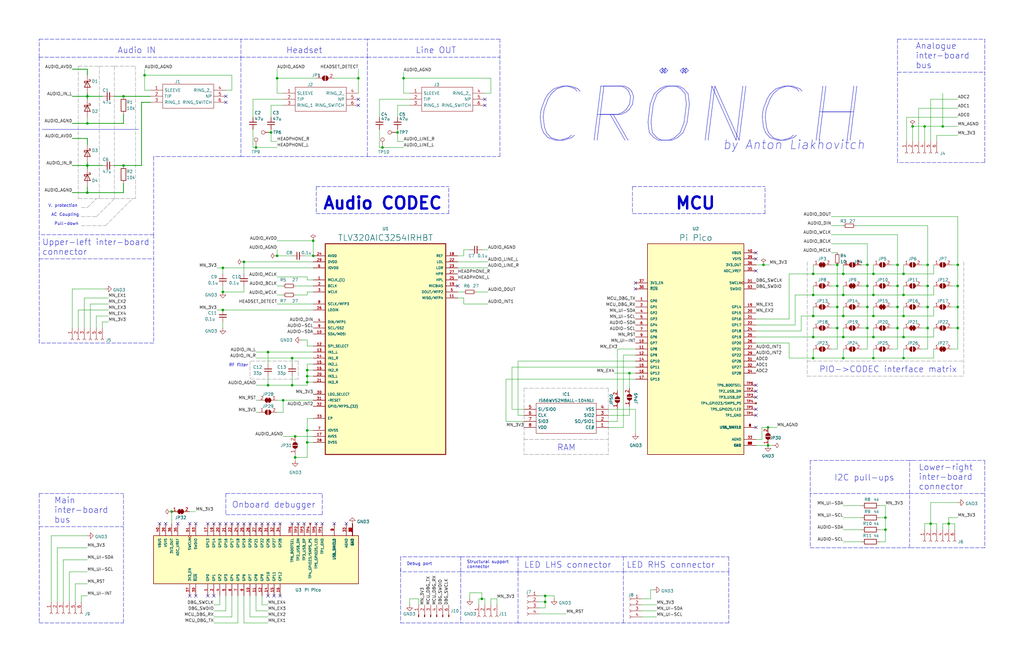
<source format=kicad_sch>
(kicad_sch (version 20211123) (generator eeschema)
  (paper "USLedger")
  (title_block (title "CRONCH Main Board") (rev "0.1") (company "Anton Liakhovitch"))
  (junction (at 93.98 123.19))
  (junction (at 132.08 107.95))
  (junction (at 170.18 33.02))
  (junction (at 391.16 120.65))
  (junction (at 161.29 62.23))
  (junction (at 391.16 111.76))
  (junction (at 116.84 33.02))
  (junction (at 365.76 111.76))
  (junction (at 373.38 218.44))
  (junction (at 353.06 138.43))
  (junction (at 342.9 142.24))
  (junction (at 36.83 52.07))
  (junction (at 342.9 133.35))
  (junction (at 353.06 129.54))
  (junction (at 355.6 133.35))
  (junction (at 93.98 113.03))
  (junction (at 123.19 162.56))
  (junction (at 355.6 124.46))
  (junction (at 229.87 254))
  (junction (at 368.3 151.13))
  (junction (at 355.6 151.13))
  (junction (at 389.89 53.34))
  (junction (at 368.3 142.24))
  (junction (at 229.87 251.46))
  (junction (at 113.03 148.59))
  (junction (at 368.3 115.57))
  (junction (at 355.6 142.24))
  (junction (at 36.83 81.28))
  (junction (at 403.86 138.43))
  (junction (at 381 115.57))
  (junction (at 129.54 186.69))
  (junction (at 72.39 215.9))
  (junction (at 265.43 157.48))
  (junction (at 129.54 158.75))
  (junction (at 381 151.13))
  (junction (at 342.9 151.13))
  (junction (at 353.06 120.65))
  (junction (at 403.86 111.76))
  (junction (at 391.16 138.43))
  (junction (at 378.46 120.65))
  (junction (at 392.43 220.98))
  (junction (at 323.85 180.34))
  (junction (at 378.46 138.43))
  (junction (at 355.6 115.57))
  (junction (at 93.98 130.81))
  (junction (at 365.76 129.54))
  (junction (at 129.54 156.21))
  (junction (at 52.07 69.85))
  (junction (at 102.87 110.49))
  (junction (at 381 142.24))
  (junction (at 381 124.46))
  (junction (at 384.81 53.34))
  (junction (at 378.46 111.76))
  (junction (at 36.83 40.64))
  (junction (at 52.07 40.64))
  (junction (at 123.19 151.13))
  (junction (at 113.03 162.56))
  (junction (at 124.46 193.04))
  (junction (at 129.54 161.29))
  (junction (at 60.96 31.75))
  (junction (at 368.3 133.35))
  (junction (at 403.86 120.65))
  (junction (at 373.38 223.52))
  (junction (at 323.85 187.96))
  (junction (at 129.54 181.61))
  (junction (at 400.05 220.98))
  (junction (at 368.3 124.46))
  (junction (at 321.945 111.76))
  (junction (at 114.3 55.88))
  (junction (at 365.76 138.43))
  (junction (at 124.46 184.15))
  (junction (at 342.9 115.57))
  (junction (at 167.64 55.88))
  (junction (at 353.06 111.76))
  (junction (at 342.9 124.46))
  (junction (at 381 133.35))
  (junction (at 107.95 62.23))
  (junction (at 36.83 69.85))
  (junction (at 378.46 129.54))
  (junction (at 391.16 129.54))
  (junction (at 397.51 53.34))
  (junction (at 116.84 107.95))
  (junction (at 403.86 129.54))
  (junction (at 365.76 120.65))
  (junction (at 203.2 252.73))
  (junction (at 132.08 101.6))
  (junction (at 119.38 168.91))
  (junction (at 151.13 33.02))
  (no_connect (at 105.41 220.98))
  (no_connect (at 74.93 220.98))
  (no_connect (at 125.73 220.98))
  (no_connect (at 82.55 251.46))
  (no_connect (at 151.13 41.91))
  (no_connect (at 95.25 40.64))
  (no_connect (at 95.25 220.98))
  (no_connect (at 95.25 43.18))
  (no_connect (at 110.49 220.98))
  (no_connect (at 151.13 44.45))
  (no_connect (at 318.77 167.64))
  (no_connect (at 102.87 220.98))
  (no_connect (at 318.77 162.56))
  (no_connect (at 118.11 251.46))
  (no_connect (at 113.03 220.98))
  (no_connect (at 80.01 251.46))
  (no_connect (at 318.77 180.34))
  (no_connect (at 92.71 220.98))
  (no_connect (at 113.03 251.46))
  (no_connect (at 318.77 114.3))
  (no_connect (at 267.97 121.92))
  (no_connect (at 318.77 175.26))
  (no_connect (at 97.79 220.98))
  (no_connect (at 204.47 44.45))
  (no_connect (at 100.33 220.98))
  (no_connect (at 118.11 220.98))
  (no_connect (at 107.95 220.98))
  (no_connect (at 87.63 220.98))
  (no_connect (at 80.01 220.98))
  (no_connect (at 204.47 41.91))
  (no_connect (at 123.19 220.98))
  (no_connect (at 115.57 251.46))
  (no_connect (at 115.57 220.98))
  (no_connect (at 146.05 220.98))
  (no_connect (at 318.77 172.72))
  (no_connect (at 318.77 106.68))
  (no_connect (at 140.97 220.98))
  (no_connect (at 67.31 220.98))
  (no_connect (at 318.77 165.1))
  (no_connect (at 135.89 220.98))
  (no_connect (at 133.35 220.98))
  (no_connect (at 90.17 220.98))
  (no_connect (at 267.97 119.38))
  (no_connect (at 82.55 220.98))
  (no_connect (at 193.04 120.65))
  (no_connect (at 318.77 109.22))
  (no_connect (at 90.17 251.46))
  (no_connect (at 69.85 220.98))
  (no_connect (at 87.63 251.46))
  (no_connect (at 128.27 220.98))
  (wire (pts (xy 128.27 107.95) (xy 132.08 107.95)))
  (wire (pts (xy 391.16 129.54) (xy 391.16 138.43)))
  (wire (pts (xy 209.55 252.73) (xy 209.55 255.27)))
  (wire (pts (xy 132.08 146.05) (xy 129.54 146.05)))
  (wire (pts (xy 193.04 107.95) (xy 195.58 107.95)))
  (wire (pts (xy 270.51 255.27) (xy 276.86 255.27)))
  (polyline (pts (xy 16.51 208.28) (xy 52.07 208.28)))
  (polyline (pts (xy 16.51 262.89) (xy 52.07 262.89)))
  (wire (pts (xy 378.46 111.76) (xy 378.46 120.65)))
  (wire (pts (xy 355.6 147.32) (xy 355.6 151.13)))
  (polyline (pts (xy 16.51 144.78) (xy 16.51 99.06)))
  (wire (pts (xy 119.38 41.91) (xy 106.68 41.91)))
  (polyline (pts (xy 218.44 241.3) (xy 218.44 234.95)))
  (wire (pts (xy 30.48 58.42) (xy 36.83 58.42)) (stroke (width 0.3)))
  (wire (pts (xy 114.3 44.45) (xy 114.3 49.53)))
  (polyline (pts (xy 48.26 27.94) (xy 48.26 83.82)) (stroke (width 0) (color 132 132 132 1)))
  (wire (pts (xy 113.03 148.59) (xy 132.08 148.59)))
  (wire (pts (xy 265.43 171.45) (xy 265.43 175.26)))
  (wire (pts (xy 318.77 134.62) (xy 332.74 134.62)))
  (wire (pts (xy 201.93 252.73) (xy 201.93 255.27)))
  (wire (pts (xy 318.77 144.78) (xy 332.74 144.78)))
  (wire (pts (xy 381 151.13) (xy 393.7 151.13)))
  (wire (pts (xy 24.13 231.14) (xy 36.83 231.14)))
  (wire (pts (xy 30.48 29.21) (xy 36.83 29.21)) (stroke (width 0.3)))
  (wire (pts (xy 129.54 123.19) (xy 132.08 123.19)))
  (wire (pts (xy 97.79 251.46) (xy 97.79 260.35)))
  (polyline (pts (xy 384.81 194.31) (xy 415.29 194.31)))
  (polyline (pts (xy 340.36 110.49) (xy 340.36 158.75)) (stroke (width 0) (color 132 132 132 1)))
  (wire (pts (xy 100.33 262.89) (xy 90.17 262.89)))
  (wire (pts (xy 229.87 251.46) (xy 227.33 251.46)))
  (wire (pts (xy 382.27 49.53) (xy 382.27 59.69)))
  (polyline (pts (xy 341.63 208.28) (xy 341.63 231.14)))
  (wire (pts (xy 129.54 176.53) (xy 129.54 181.61)))
  (wire (pts (xy 397.51 39.37) (xy 397.51 53.34)))
  (polyline (pts (xy 64.77 144.78) (xy 16.51 144.78)))
  (wire (pts (xy 124.46 193.04) (xy 124.46 191.77)))
  (wire (pts (xy 116.84 29.21) (xy 116.84 33.02)))
  (polyline (pts (xy 415.29 16.51) (xy 415.29 68.58)))
  (polyline (pts (xy 101.6 66.04) (xy 154.94 66.04)))
  (polyline (pts (xy 154.94 24.13) (xy 154.94 16.51)))
  (polyline (pts (xy 95.25 208.28) (xy 95.25 217.17)))
  (polyline (pts (xy 383.54 194.31) (xy 341.63 194.31)))
  (wire (pts (xy 256.54 172.72) (xy 267.97 172.72)))
  (wire (pts (xy 260.35 177.8) (xy 256.54 177.8)))
  (wire (pts (xy 160.02 62.23) (xy 160.02 54.61)))
  (wire (pts (xy 172.72 41.91) (xy 160.02 41.91)))
  (wire (pts (xy 129.54 186.69) (xy 129.54 181.61)))
  (wire (pts (xy 318.77 185.42) (xy 321.31 185.42)))
  (wire (pts (xy 102.87 115.57) (xy 102.87 110.49)))
  (wire (pts (xy 93.98 115.57) (xy 93.98 113.03)))
  (polyline (pts (xy 16.51 222.25) (xy 52.07 222.25)))
  (wire (pts (xy 394.97 57.15) (xy 403.86 57.15)))
  (wire (pts (xy 80.01 215.9) (xy 82.55 215.9)))
  (wire (pts (xy 260.35 172.466) (xy 260.35 177.8)))
  (wire (pts (xy 363.22 120.65) (xy 365.76 120.65)))
  (wire (pts (xy 129.54 162.56) (xy 129.54 161.29)))
  (polyline (pts (xy 262.89 262.89) (xy 262.89 241.3)))
  (wire (pts (xy 324.485 111.76) (xy 321.945 111.76)))
  (wire (pts (xy 205.74 110.49) (xy 193.04 110.49)))
  (wire (pts (xy 45.72 130.81) (xy 33.02 130.81)))
  (wire (pts (xy 229.87 256.54) (xy 229.87 254)))
  (polyline (pts (xy 64.77 99.06) (xy 64.77 144.78)))
  (wire (pts (xy 342.9 120.65) (xy 342.9 124.46)))
  (polyline (pts (xy 16.51 109.22) (xy 64.77 109.22)))
  (wire (pts (xy 116.84 105.41) (xy 116.84 107.95)))
  (wire (pts (xy 213.36 177.8) (xy 220.98 177.8)))
  (wire (pts (xy 353.06 147.32) (xy 350.52 147.32)))
  (wire (pts (xy 267.97 172.72) (xy 267.97 182.88)))
  (wire (pts (xy 403.86 147.32) (xy 401.32 147.32)))
  (wire (pts (xy 132.08 118.11) (xy 129.54 118.11)))
  (wire (pts (xy 389.89 220.98) (xy 389.89 223.52)))
  (wire (pts (xy 392.43 220.98) (xy 392.43 223.52)))
  (wire (pts (xy 36.83 52.07) (xy 30.48 52.07)) (stroke (width 0.3)))
  (wire (pts (xy 195.58 105.41) (xy 198.12 105.41)))
  (wire (pts (xy 200.66 123.19) (xy 205.74 123.19)))
  (wire (pts (xy 323.85 180.34) (xy 327.66 180.34)))
  (polyline (pts (xy 220.98 163.83) (xy 256.54 163.83)) (stroke (width 0) (color 132 132 132 1)))
  (wire (pts (xy 170.18 39.37) (xy 170.18 33.02)))
  (wire (pts (xy 394.97 220.98) (xy 392.43 220.98)))
  (polyline (pts (xy 40.64 91.44) (xy 48.26 83.82)) (stroke (width 0) (color 132 132 132 1)))
  (wire (pts (xy 176.53 252.73) (xy 172.72 252.73)))
  (polyline (pts (xy 101.6 24.13) (xy 154.94 24.13)))
  (wire (pts (xy 368.3 111.76) (xy 368.3 115.57)))
  (wire (pts (xy 270.51 257.81) (xy 276.86 257.81)))
  (wire (pts (xy 403.86 212.09) (xy 392.43 212.09)))
  (wire (pts (xy 318.77 139.7) (xy 337.82 139.7)))
  (wire (pts (xy 388.62 138.43) (xy 391.16 138.43)))
  (wire (pts (xy 129.54 146.05) (xy 129.54 143.51)))
  (wire (pts (xy 403.86 218.44) (xy 400.05 218.44)))
  (wire (pts (xy 342.9 138.43) (xy 342.9 142.24)))
  (polyline (pts (xy 415.29 231.14) (xy 383.54 231.14)))
  (wire (pts (xy 318.77 137.16) (xy 335.28 137.16)))
  (wire (pts (xy 35.56 125.73) (xy 45.72 125.73)))
  (polyline (pts (xy 34.29 95.25) (xy 44.45 95.25)) (stroke (width 0) (color 132 132 132 1)))
  (wire (pts (xy 170.18 62.23) (xy 161.29 62.23)))
  (wire (pts (xy 365.76 120.65) (xy 365.76 129.54)))
  (wire (pts (xy 332.74 144.78) (xy 332.74 151.13)))
  (wire (pts (xy 350.52 99.06) (xy 378.46 99.06)))
  (wire (pts (xy 102.87 120.65) (xy 102.87 123.19)))
  (wire (pts (xy 195.58 107.95) (xy 195.58 105.41)))
  (wire (pts (xy 368.3 129.54) (xy 368.3 133.35)))
  (wire (pts (xy 132.08 158.75) (xy 129.54 158.75)))
  (wire (pts (xy 213.36 160.02) (xy 267.97 160.02)))
  (wire (pts (xy 381 129.54) (xy 381 133.35)))
  (wire (pts (xy 342.9 133.35) (xy 355.6 133.35)))
  (wire (pts (xy 167.64 55.88) (xy 167.64 59.69)))
  (wire (pts (xy 129.54 186.69) (xy 129.54 193.04)))
  (polyline (pts (xy 220.98 185.42) (xy 256.54 185.42)) (stroke (width 0) (color 132 132 132 1)))
  (wire (pts (xy 397.51 53.34) (xy 403.86 53.34)))
  (wire (pts (xy 368.3 124.46) (xy 381 124.46)))
  (wire (pts (xy 363.22 111.76) (xy 365.76 111.76)))
  (wire (pts (xy 129.54 143.51) (xy 127 143.51)))
  (wire (pts (xy 30.48 69.85) (xy 36.83 69.85)) (stroke (width 0.3)))
  (wire (pts (xy 116.84 107.95) (xy 123.19 107.95)))
  (polyline (pts (xy 101.6 66.04) (xy 64.77 66.04)))
  (polyline (pts (xy 307.34 241.3) (xy 307.34 262.89)))
  (wire (pts (xy 353.06 120.65) (xy 353.06 129.54)))
  (wire (pts (xy 256.54 180.34) (xy 262.89 180.34)))
  (polyline (pts (xy 154.94 24.13) (xy 210.82 24.13)))
  (wire (pts (xy 391.16 120.65) (xy 391.16 129.54)))
  (polyline (pts (xy 16.51 208.28) (xy 16.51 262.89)))
  (wire (pts (xy 195.58 125.73) (xy 195.58 128.27)))
  (wire (pts (xy 353.06 111.76) (xy 353.06 120.65)))
  (wire (pts (xy 107.95 148.59) (xy 113.03 148.59)))
  (wire (pts (xy 33.02 130.81) (xy 33.02 138.43)))
  (wire (pts (xy 402.59 220.98) (xy 402.59 223.52)))
  (wire (pts (xy 355.6 142.24) (xy 368.3 142.24)))
  (wire (pts (xy 52.07 77.47) (xy 52.07 81.28)) (stroke (width 0.3)))
  (wire (pts (xy 36.83 49.53) (xy 36.83 52.07)))
  (wire (pts (xy 378.46 147.32) (xy 375.92 147.32)))
  (wire (pts (xy 368.3 151.13) (xy 381 151.13)))
  (wire (pts (xy 353.06 129.54) (xy 353.06 138.43)))
  (wire (pts (xy 375.92 138.43) (xy 378.46 138.43)))
  (polyline (pts (xy 48.26 27.94) (xy 57.15 27.94)) (stroke (width 0) (color 132 132 132 1)))
  (wire (pts (xy 29.21 241.3) (xy 36.83 241.3)))
  (wire (pts (xy 102.87 123.19) (xy 93.98 123.19)))
  (wire (pts (xy 167.64 54.61) (xy 167.64 55.88)))
  (wire (pts (xy 403.86 111.76) (xy 403.86 120.65)))
  (wire (pts (xy 116.84 33.02) (xy 133.35 33.02)))
  (wire (pts (xy 265.43 157.48) (xy 265.43 163.83)))
  (wire (pts (xy 370.84 223.52) (xy 373.38 223.52)))
  (polyline (pts (xy 262.89 241.3) (xy 307.34 241.3)))
  (wire (pts (xy 384.81 53.34) (xy 389.89 53.34)))
  (polyline (pts (xy 383.54 231.14) (xy 383.54 194.31)))
  (wire (pts (xy 350.52 120.65) (xy 353.06 120.65)))
  (wire (pts (xy 335.28 137.16) (xy 335.28 124.46)))
  (polyline (pts (xy 220.98 191.77) (xy 256.54 191.77)) (stroke (width 0) (color 132 132 132 1)))
  (wire (pts (xy 207.01 252.73) (xy 209.55 252.73)))
  (wire (pts (xy 132.08 161.29) (xy 129.54 161.29)))
  (wire (pts (xy 342.9 129.54) (xy 342.9 133.35)))
  (wire (pts (xy 119.38 173.99) (xy 119.38 168.91)))
  (polyline (pts (xy 33.02 27.94) (xy 33.02 83.82)) (stroke (width 0) (color 132 132 132 1)))
  (wire (pts (xy 218.44 152.4) (xy 267.97 152.4)))
  (wire (pts (xy 332.74 115.57) (xy 342.9 115.57)))
  (polyline (pts (xy 256.54 163.83) (xy 256.54 191.77)) (stroke (width 0) (color 132 132 132 1)))
  (wire (pts (xy 30.48 40.64) (xy 36.83 40.64)) (stroke (width 0.3)))
  (polyline (pts (xy 64.77 66.04) (xy 64.77 99.06)))
  (wire (pts (xy 389.89 59.69) (xy 389.89 53.34)))
  (wire (pts (xy 105.41 260.35) (xy 113.03 260.35)))
  (wire (pts (xy 36.83 40.64) (xy 43.18 40.64)) (stroke (width 0.3)))
  (wire (pts (xy 397.51 220.98) (xy 400.05 220.98)))
  (wire (pts (xy 267.97 147.32) (xy 260.35 147.32)))
  (wire (pts (xy 193.04 123.19) (xy 195.58 123.19)))
  (wire (pts (xy 203.2 252.73) (xy 204.47 252.73)))
  (wire (pts (xy 403.86 129.54) (xy 403.86 138.43)))
  (wire (pts (xy 218.44 175.26) (xy 220.98 175.26)))
  (wire (pts (xy 355.6 228.6) (xy 363.22 228.6)))
  (wire (pts (xy 393.7 124.46) (xy 393.7 120.65)))
  (polyline (pts (xy 154.94 66.04) (xy 154.94 24.13)))
  (polyline (pts (xy 168.91 234.95) (xy 168.91 262.89)))
  (polyline (pts (xy 210.82 16.51) (xy 154.94 16.51)))
  (wire (pts (xy 207.01 39.37) (xy 204.47 39.37)))
  (wire (pts (xy 38.1 128.27) (xy 45.72 128.27)))
  (wire (pts (xy 378.46 129.54) (xy 378.46 138.43)))
  (wire (pts (xy 170.18 33.02) (xy 207.01 33.02)))
  (wire (pts (xy 113.03 158.75) (xy 113.03 162.56)))
  (wire (pts (xy 318.77 187.96) (xy 323.85 187.96)))
  (wire (pts (xy 91.44 130.81) (xy 93.98 130.81)))
  (wire (pts (xy 110.49 255.27) (xy 113.03 255.27)))
  (wire (pts (xy 393.7 115.57) (xy 393.7 111.76)))
  (wire (pts (xy 116.84 168.91) (xy 119.38 168.91)))
  (polyline (pts (xy 168.91 262.89) (xy 194.31 262.89)))
  (wire (pts (xy 116.84 62.23) (xy 107.95 62.23)))
  (wire (pts (xy 172.72 44.45) (xy 167.64 44.45)))
  (polyline (pts (xy 48.26 83.82) (xy 41.91 83.82)) (stroke (width 0) (color 132 132 132 1)))
  (wire (pts (xy 203.2 105.41) (xy 205.74 105.41)))
  (wire (pts (xy 350.52 91.44) (xy 403.86 91.44)))
  (wire (pts (xy 381 133.35) (xy 393.7 133.35)))
  (polyline (pts (xy 406.4 110.49) (xy 406.4 158.75)) (stroke (width 0) (color 132 132 132 1)))
  (wire (pts (xy 207.01 33.02) (xy 207.01 39.37)))
  (polyline (pts (xy 218.44 262.89) (xy 194.31 262.89)))
  (wire (pts (xy 381 124.46) (xy 393.7 124.46)))
  (wire (pts (xy 392.43 220.98) (xy 389.89 220.98)))
  (wire (pts (xy 342.9 111.76) (xy 342.9 115.57)))
  (wire (pts (xy 151.13 29.21) (xy 151.13 33.02)))
  (wire (pts (xy 393.7 151.13) (xy 393.7 147.32)))
  (wire (pts (xy 218.44 152.4) (xy 218.44 175.26)))
  (wire (pts (xy 31.75 246.38) (xy 31.75 254)))
  (wire (pts (xy 107.95 151.13) (xy 123.19 151.13)))
  (wire (pts (xy 203.2 250.19) (xy 198.12 250.19)))
  (wire (pts (xy 106.68 62.23) (xy 106.68 54.61)))
  (wire (pts (xy 123.19 158.75) (xy 123.19 162.56)))
  (wire (pts (xy 124.46 184.15) (xy 132.08 184.15)))
  (polyline (pts (xy 220.98 163.83) (xy 220.98 191.77)) (stroke (width 0) (color 132 132 132 1)))
  (wire (pts (xy 260.35 147.32) (xy 260.35 164.846)))
  (wire (pts (xy 151.13 33.02) (xy 151.13 39.37)))
  (wire (pts (xy 172.72 252.73) (xy 172.72 255.27)))
  (wire (pts (xy 91.44 113.03) (xy 93.98 113.03)))
  (polyline (pts (xy 44.45 95.25) (xy 55.88 83.82)) (stroke (width 0) (color 132 132 132 1)))
  (wire (pts (xy 93.98 120.65) (xy 93.98 123.19)))
  (wire (pts (xy 116.84 128.27) (xy 132.08 128.27)))
  (polyline (pts (xy 17.78 54.61) (xy 58.42 54.61)) (stroke (width 0) (type solid)))
  (wire (pts (xy 342.9 142.24) (xy 355.6 142.24)))
  (wire (pts (xy 48.26 40.64) (xy 52.07 40.64)) (stroke (width 0.3)))
  (polyline (pts (xy 262.89 234.95) (xy 307.34 234.95)))
  (wire (pts (xy 342.9 115.57) (xy 355.6 115.57)))
  (wire (pts (xy 365.76 147.32) (xy 363.22 147.32)))
  (wire (pts (xy 36.83 78.74) (xy 36.83 81.28)) (stroke (width 0.3)))
  (wire (pts (xy 335.28 124.46) (xy 342.9 124.46)))
  (wire (pts (xy 129.54 156.21) (xy 132.08 156.21)))
  (polyline (pts (xy 210.82 66.04) (xy 210.82 16.51)))
  (wire (pts (xy 116.84 120.65) (xy 119.38 120.65)))
  (wire (pts (xy 375.92 111.76) (xy 378.46 111.76)))
  (wire (pts (xy 394.97 223.52) (xy 394.97 220.98)))
  (wire (pts (xy 95.25 257.81) (xy 95.25 251.46)))
  (wire (pts (xy 129.54 193.04) (xy 124.46 193.04)))
  (wire (pts (xy 363.22 129.54) (xy 365.76 129.54)))
  (wire (pts (xy 373.38 218.44) (xy 370.84 218.44)))
  (wire (pts (xy 259.08 157.48) (xy 265.43 157.48)))
  (wire (pts (xy 381 142.24) (xy 393.7 142.24)))
  (wire (pts (xy 116.84 173.99) (xy 119.38 173.99)))
  (wire (pts (xy 321.31 180.34) (xy 323.85 180.34)))
  (polyline (pts (xy 34.29 91.44) (xy 40.64 91.44)) (stroke (width 0) (color 132 132 132 1)))
  (wire (pts (xy 391.16 111.76) (xy 391.16 120.65)))
  (wire (pts (xy 350.52 138.43) (xy 353.06 138.43)))
  (wire (pts (xy 124.46 120.65) (xy 132.08 120.65)))
  (wire (pts (xy 215.9 154.94) (xy 215.9 172.72)))
  (wire (pts (xy 403.86 120.65) (xy 403.86 129.54)))
  (wire (pts (xy 107.95 168.91) (xy 109.22 168.91)))
  (wire (pts (xy 119.38 39.37) (xy 116.84 39.37)))
  (wire (pts (xy 161.29 62.23) (xy 160.02 62.23)))
  (wire (pts (xy 36.83 52.07) (xy 52.07 52.07)) (stroke (width 0.3)))
  (wire (pts (xy 207.01 255.27) (xy 207.01 252.73)))
  (wire (pts (xy 124.46 124.46) (xy 129.54 124.46)))
  (wire (pts (xy 360.68 95.25) (xy 391.16 95.25)))
  (wire (pts (xy 72.39 215.9) (xy 72.39 220.98)))
  (polyline (pts (xy 266.7 78.74) (xy 266.7 90.17)))
  (wire (pts (xy 29.21 241.3) (xy 29.21 254)))
  (wire (pts (xy 43.18 135.89) (xy 45.72 135.89)))
  (wire (pts (xy 270.51 260.35) (xy 276.86 260.35)))
  (polyline (pts (xy 168.91 241.3) (xy 168.91 240.03)))
  (wire (pts (xy 233.68 252.73) (xy 233.68 251.46)))
  (wire (pts (xy 106.68 41.91) (xy 106.68 49.53)))
  (polyline (pts (xy 378.46 30.48) (xy 415.29 30.48)))
  (wire (pts (xy 140.97 33.02) (xy 151.13 33.02)))
  (wire (pts (xy 388.62 129.54) (xy 391.16 129.54)))
  (wire (pts (xy 342.9 124.46) (xy 355.6 124.46)))
  (wire (pts (xy 132.08 101.6) (xy 132.08 107.95)))
  (wire (pts (xy 403.86 138.43) (xy 403.86 147.32)))
  (polyline (pts (xy 101.6 24.13) (xy 101.6 66.04)))
  (wire (pts (xy 60.96 31.75) (xy 97.79 31.75)))
  (wire (pts (xy 373.38 218.44) (xy 373.38 223.52)))
  (wire (pts (xy 403.86 91.44) (xy 403.86 111.76)))
  (polyline (pts (xy 133.35 78.74) (xy 133.35 90.17)))
  (polyline (pts (xy 322.58 90.17) (xy 322.58 78.74)))
  (wire (pts (xy 129.54 176.53) (xy 132.08 176.53)))
  (wire (pts (xy 201.93 252.73) (xy 203.2 252.73)))
  (polyline (pts (xy 95.25 217.17) (xy 135.89 217.17)))
  (wire (pts (xy 170.18 30.48) (xy 170.18 33.02)))
  (wire (pts (xy 116.84 101.6) (xy 132.08 101.6)))
  (wire (pts (xy 195.58 128.27) (xy 205.74 128.27)))
  (polyline (pts (xy 16.51 24.13) (xy 16.51 99.06)))
  (polyline (pts (xy 307.34 262.89) (xy 262.89 262.89)))
  (wire (pts (xy 97.79 31.75) (xy 97.79 38.1)))
  (wire (pts (xy 36.83 81.28) (xy 52.07 81.28)) (stroke (width 0.3)))
  (wire (pts (xy 381 147.32) (xy 381 151.13)))
  (wire (pts (xy 381 115.57) (xy 393.7 115.57)))
  (wire (pts (xy 113.03 162.56) (xy 107.95 162.56)))
  (wire (pts (xy 123.19 151.13) (xy 132.08 151.13)))
  (wire (pts (xy 132.08 153.67) (xy 129.54 153.67)))
  (wire (pts (xy 52.07 48.26) (xy 52.07 52.07)) (stroke (width 0.3)))
  (wire (pts (xy 36.83 29.21) (xy 36.83 31.75)) (stroke (width 0.3)))
  (wire (pts (xy 391.16 147.32) (xy 388.62 147.32)))
  (wire (pts (xy 35.56 138.43) (xy 35.56 125.73)))
  (wire (pts (xy 105.41 251.46) (xy 105.41 260.35)))
  (wire (pts (xy 355.6 151.13) (xy 368.3 151.13)))
  (wire (pts (xy 129.54 161.29) (xy 129.54 158.75)))
  (wire (pts (xy 227.33 254) (xy 229.87 254)))
  (wire (pts (xy 193.04 125.73) (xy 195.58 125.73)))
  (wire (pts (xy 167.64 59.69) (xy 170.18 59.69)))
  (polyline (pts (xy 307.34 234.95) (xy 307.34 241.3)))
  (wire (pts (xy 48.26 69.85) (xy 52.07 69.85)) (stroke (width 0.3)))
  (wire (pts (xy 381 138.43) (xy 381 142.24)))
  (wire (pts (xy 227.33 256.54) (xy 229.87 256.54)))
  (polyline (pts (xy 194.31 234.95) (xy 168.91 234.95)))
  (polyline (pts (xy 154.94 16.51) (xy 101.6 16.51)))
  (wire (pts (xy 93.98 113.03) (xy 132.08 113.03)))
  (wire (pts (xy 355.6 124.46) (xy 368.3 124.46)))
  (polyline (pts (xy 378.46 16.51) (xy 378.46 16.51)))
  (polyline (pts (xy 33.02 27.94) (xy 41.91 27.94)) (stroke (width 0) (color 132 132 132 1)))
  (wire (pts (xy 63.5 38.1) (xy 60.96 38.1)))
  (polyline (pts (xy 378.46 68.58) (xy 378.46 16.51)))
  (polyline (pts (xy 218.44 241.3) (xy 262.89 241.3)))
  (wire (pts (xy 36.83 68.58) (xy 36.83 69.85)) (stroke (width 0.3)))
  (polyline (pts (xy 16.51 24.13) (xy 101.6 24.13)))
  (wire (pts (xy 93.98 138.43) (xy 93.98 135.89)))
  (wire (pts (xy 113.03 262.89) (xy 102.87 262.89)))
  (wire (pts (xy 129.54 158.75) (xy 129.54 156.21)))
  (wire (pts (xy 36.83 81.28) (xy 30.48 81.28)) (stroke (width 0.3)))
  (polyline (pts (xy 125.73 160.02) (xy 105.41 160.02)) (stroke (width 0) (color 132 132 132 1)))
  (wire (pts (xy 107.95 62.23) (xy 106.68 62.23)))
  (wire (pts (xy 26.67 236.22) (xy 36.83 236.22)))
  (wire (pts (xy 119.38 184.15) (xy 124.46 184.15)))
  (wire (pts (xy 262.89 149.86) (xy 267.97 149.86)))
  (wire (pts (xy 110.49 251.46) (xy 110.49 255.27)))
  (wire (pts (xy 274.32 252.73) (xy 274.32 248.92)))
  (wire (pts (xy 36.83 251.46) (xy 34.29 251.46)))
  (wire (pts (xy 45.72 133.35) (xy 40.64 133.35)))
  (polyline (pts (xy 16.51 16.51) (xy 101.6 16.51)))
  (wire (pts (xy 30.48 121.92) (xy 44.45 121.92)))
  (polyline (pts (xy 218.44 262.89) (xy 262.89 262.89)))
  (wire (pts (xy 382.27 49.53) (xy 403.86 49.53)))
  (polyline (pts (xy 33.02 83.82) (xy 41.91 83.82)) (stroke (width 0) (color 132 132 132 1)))
  (wire (pts (xy 355.6 223.52) (xy 363.22 223.52)))
  (polyline (pts (xy 41.91 83.82) (xy 41.91 27.94)) (stroke (width 0) (color 132 132 132 1)))
  (wire (pts (xy 113.03 153.67) (xy 113.03 148.59)))
  (wire (pts (xy 107.95 257.81) (xy 113.03 257.81)))
  (wire (pts (xy 355.6 111.76) (xy 355.6 115.57)))
  (wire (pts (xy 227.33 259.08) (xy 238.76 259.08)))
  (wire (pts (xy 387.35 45.72) (xy 387.35 59.69)))
  (wire (pts (xy 342.9 151.13) (xy 355.6 151.13)))
  (polyline (pts (xy 340.36 152.4) (xy 406.4 152.4)) (stroke (width 0) (color 132 132 132 1)))
  (wire (pts (xy 363.22 213.36) (xy 355.6 213.36)))
  (wire (pts (xy 323.85 187.96) (xy 325.755 187.96)))
  (polyline (pts (xy 194.31 234.95) (xy 218.44 234.95)))
  (wire (pts (xy 378.46 120.65) (xy 378.46 129.54)))
  (wire (pts (xy 365.76 129.54) (xy 365.76 138.43)))
  (wire (pts (xy 31.75 246.38) (xy 36.83 246.38)))
  (polyline (pts (xy 105.41 152.4) (xy 105.41 160.02)) (stroke (width 0) (color 132 132 132 1)))
  (wire (pts (xy 318.77 142.24) (xy 342.9 142.24)))
  (wire (pts (xy 26.67 236.22) (xy 26.67 254)))
  (polyline (pts (xy 125.73 152.4) (xy 125.73 160.02)) (stroke (width 0) (color 132 132 132 1)))
  (wire (pts (xy 176.53 255.27) (xy 176.53 252.73)))
  (wire (pts (xy 132.08 181.61) (xy 129.54 181.61)))
  (wire (pts (xy 350.52 102.87) (xy 365.76 102.87)))
  (polyline (pts (xy 341.63 194.31) (xy 341.63 208.28)))
  (polyline (pts (xy 378.46 16.51) (xy 415.29 16.51)))
  (wire (pts (xy 392.43 41.91) (xy 392.43 59.69)))
  (wire (pts (xy 400.05 220.98) (xy 402.59 220.98)))
  (wire (pts (xy 38.1 138.43) (xy 38.1 128.27)))
  (wire (pts (xy 381 120.65) (xy 381 124.46)))
  (wire (pts (xy 129.54 123.19) (xy 129.54 124.46)))
  (wire (pts (xy 400.05 220.98) (xy 400.05 223.52)))
  (wire (pts (xy 107.95 251.46) (xy 107.95 257.81)))
  (wire (pts (xy 365.76 111.76) (xy 365.76 120.65)))
  (wire (pts (xy 388.62 120.65) (xy 391.16 120.65)))
  (polyline (pts (xy 125.73 152.4) (xy 105.41 152.4)) (stroke (width 0) (color 132 132 132 1)))
  (wire (pts (xy 368.3 133.35) (xy 381 133.35)))
  (wire (pts (xy 389.89 53.34) (xy 397.51 53.34)))
  (wire (pts (xy 215.9 154.94) (xy 267.97 154.94)))
  (polyline (pts (xy 16.51 24.13) (xy 16.51 16.51)))
  (wire (pts (xy 123.19 153.67) (xy 123.19 151.13)))
  (wire (pts (xy 90.17 257.81) (xy 95.25 257.81)))
  (wire (pts (xy 59.69 43.18) (xy 59.69 69.85)) (stroke (width 0.3)))
  (wire (pts (xy 132.08 186.69) (xy 129.54 186.69)))
  (wire (pts (xy 59.69 43.18) (xy 63.5 43.18)) (stroke (width 0.3)))
  (wire (pts (xy 123.19 162.56) (xy 129.54 162.56)))
  (wire (pts (xy 353.06 138.43) (xy 353.06 147.32)))
  (wire (pts (xy 114.3 55.88) (xy 114.3 59.69)))
  (wire (pts (xy 332.74 134.62) (xy 332.74 115.57)))
  (wire (pts (xy 262.89 149.86) (xy 262.89 180.34)))
  (polyline (pts (xy 135.89 217.17) (xy 135.89 208.28)))
  (wire (pts (xy 392.43 212.09) (xy 392.43 220.98)))
  (wire (pts (xy 355.6 115.57) (xy 368.3 115.57)))
  (wire (pts (xy 400.05 218.44) (xy 400.05 220.98)))
  (wire (pts (xy 129.54 118.11) (xy 129.54 116.84)))
  (wire (pts (xy 129.54 116.84) (xy 116.84 116.84)))
  (polyline (pts (xy 41.91 27.94) (xy 48.26 27.94)) (stroke (width 0) (color 132 132 132 1)))
  (wire (pts (xy 337.82 133.35) (xy 342.9 133.35)))
  (polyline (pts (xy 95.25 208.28) (xy 135.89 208.28)))
  (wire (pts (xy 93.98 130.81) (xy 132.08 130.81)))
  (polyline (pts (xy 36.83 87.63) (xy 40.64 83.82)) (stroke (width 0) (color 132 132 132 1)))
  (polyline (pts (xy 57.15 83.82) (xy 48.26 83.82)) (stroke (width 0) (color 132 132 132 1)))
  (polyline (pts (xy 133.35 90.17) (xy 189.23 90.17)))
  (wire (pts (xy 36.83 69.85) (xy 43.18 69.85)) (stroke (width 0.3)))
  (wire (pts (xy 363.22 138.43) (xy 365.76 138.43)))
  (wire (pts (xy 321.31 185.42) (xy 321.31 180.34)))
  (polyline (pts (xy 415.29 68.58) (xy 378.46 68.58)))
  (polyline (pts (xy 383.54 208.28) (xy 341.63 208.28)))
  (wire (pts (xy 203.2 252.73) (xy 203.2 250.19)))
  (wire (pts (xy 355.6 120.65) (xy 355.6 124.46)))
  (wire (pts (xy 52.07 40.64) (xy 63.5 40.64)) (stroke (width 0.3)))
  (polyline (pts (xy 383.54 208.28) (xy 415.29 208.28)))
  (polyline (pts (xy 383.54 194.31) (xy 384.81 194.31)))
  (wire (pts (xy 116.84 124.46) (xy 119.38 124.46)))
  (polyline (pts (xy 34.29 87.63) (xy 36.83 87.63)) (stroke (width 0) (color 132 132 132 1)))
  (wire (pts (xy 350.52 106.68) (xy 353.06 106.68)))
  (wire (pts (xy 233.68 251.46) (xy 229.87 251.46)))
  (wire (pts (xy 401.32 120.65) (xy 403.86 120.65)))
  (wire (pts (xy 114.3 54.61) (xy 114.3 55.88)))
  (wire (pts (xy 391.16 138.43) (xy 391.16 147.32)))
  (wire (pts (xy 267.97 157.48) (xy 265.43 157.48)))
  (wire (pts (xy 350.52 129.54) (xy 353.06 129.54)))
  (wire (pts (xy 92.71 255.27) (xy 90.17 255.27)))
  (wire (pts (xy 100.33 251.46) (xy 100.33 262.89)))
  (polyline (pts (xy 194.31 241.3) (xy 168.91 241.3)))
  (wire (pts (xy 401.32 129.54) (xy 403.86 129.54)))
  (wire (pts (xy 270.51 252.73) (xy 274.32 252.73)))
  (wire (pts (xy 24.13 231.14) (xy 24.13 254)))
  (wire (pts (xy 381 111.76) (xy 381 115.57)))
  (wire (pts (xy 332.74 151.13) (xy 342.9 151.13)))
  (polyline (pts (xy 101.6 16.51) (xy 101.6 24.13)))
  (wire (pts (xy 123.19 162.56) (xy 113.03 162.56)))
  (wire (pts (xy 205.74 113.03) (xy 193.04 113.03)))
  (polyline (pts (xy 266.7 90.17) (xy 322.58 90.17)))
  (polyline (pts (xy 415.29 194.31) (xy 415.29 231.14)))
  (wire (pts (xy 337.82 139.7) (xy 337.82 133.35)))
  (wire (pts (xy 368.3 115.57) (xy 381 115.57)))
  (wire (pts (xy 102.87 262.89) (xy 102.87 251.46)))
  (wire (pts (xy 116.84 33.02) (xy 116.84 39.37)))
  (polyline (pts (xy 133.35 78.74) (xy 189.23 78.74)))
  (wire (pts (xy 355.6 133.35) (xy 368.3 133.35)))
  (wire (pts (xy 373.38 228.6) (xy 370.84 228.6)))
  (wire (pts (xy 114.3 59.69) (xy 116.84 59.69)))
  (wire (pts (xy 40.64 133.35) (xy 40.64 138.43)))
  (polyline (pts (xy 194.31 241.3) (xy 218.44 241.3)))
  (wire (pts (xy 36.83 226.06) (xy 21.59 226.06)))
  (wire (pts (xy 34.29 251.46) (xy 34.29 254)))
  (wire (pts (xy 321.945 111.76) (xy 318.77 111.76)))
  (polyline (pts (xy 154.94 66.04) (xy 210.82 66.04)))
  (wire (pts (xy 392.43 41.91) (xy 403.86 41.91)))
  (wire (pts (xy 342.9 147.32) (xy 342.9 151.13)))
  (wire (pts (xy 36.83 40.64) (xy 36.83 41.91)) (stroke (width 0.3)))
  (wire (pts (xy 92.71 251.46) (xy 92.71 255.27)))
  (wire (pts (xy 129.54 153.67) (xy 129.54 156.21)))
  (wire (pts (xy 213.36 160.02) (xy 213.36 177.8)))
  (wire (pts (xy 172.72 39.37) (xy 170.18 39.37)))
  (wire (pts (xy 394.97 59.69) (xy 394.97 57.15)))
  (wire (pts (xy 21.59 226.06) (xy 21.59 254)))
  (wire (pts (xy 378.46 99.06) (xy 378.46 111.76)))
  (polyline (pts (xy 64.77 99.06) (xy 16.51 99.06)))
  (wire (pts (xy 119.38 168.91) (xy 132.08 168.91)))
  (wire (pts (xy 265.43 175.26) (xy 256.54 175.26)))
  (wire (pts (xy 355.6 129.54) (xy 355.6 133.35)))
  (wire (pts (xy 36.83 58.42) (xy 36.83 60.96)) (stroke (width 0.3)))
  (wire (pts (xy 30.48 121.92) (xy 30.48 138.43)))
  (wire (pts (xy 36.83 69.85) (xy 36.83 71.12)) (stroke (width 0.3)))
  (wire (pts (xy 229.87 254) (xy 229.87 251.46)))
  (wire (pts (xy 36.83 39.37) (xy 36.83 40.64)) (stroke (width 0.3)))
  (polyline (pts (xy 52.07 262.89) (xy 52.07 208.28)))
  (polyline (pts (xy 218.44 241.3) (xy 218.44 262.89)))
  (wire (pts (xy 368.3 138.43) (xy 368.3 142.24)))
  (wire (pts (xy 350.52 111.76) (xy 353.06 111.76)))
  (wire (pts (xy 365.76 102.87) (xy 365.76 111.76)))
  (polyline (pts (xy 57.15 27.94) (xy 57.15 83.82)) (stroke (width 0) (color 132 132 132 1)))
  (wire (pts (xy 274.32 248.92) (xy 275.59 248.92)))
  (wire (pts (xy 391.16 95.25) (xy 391.16 111.76)))
  (wire (pts (xy 397.51 223.52) (xy 397.51 220.98)))
  (wire (pts (xy 365.76 138.43) (xy 365.76 147.32)))
  (wire (pts (xy 215.9 172.72) (xy 220.98 172.72)))
  (wire (pts (xy 119.38 44.45) (xy 114.3 44.45)))
  (polyline (pts (xy 262.89 234.95) (xy 262.89 241.3)))
  (polyline (pts (xy 194.31 234.95) (xy 194.31 262.89)))
  (wire (pts (xy 363.22 218.44) (xy 355.6 218.44)))
  (wire (pts (xy 52.07 69.85) (xy 59.69 69.85)) (stroke (width 0.3)))
  (wire (pts (xy 204.47 255.27) (xy 204.47 252.73)))
  (wire (pts (xy 388.62 111.76) (xy 391.16 111.76)))
  (wire (pts (xy 350.52 95.25) (xy 355.6 95.25)))
  (wire (pts (xy 198.12 250.19) (xy 198.12 252.73)))
  (polyline (pts (xy 341.63 231.14) (xy 383.54 231.14)))
  (wire (pts (xy 60.96 38.1) (xy 60.96 31.75)))
  (wire (pts (xy 370.84 213.36) (xy 373.38 213.36)))
  (wire (pts (xy 97.79 38.1) (xy 95.25 38.1)))
  (wire (pts (xy 401.32 111.76) (xy 403.86 111.76)))
  (polyline (pts (xy 218.44 234.95) (xy 262.89 234.95)))
  (wire (pts (xy 97.79 260.35) (xy 90.17 260.35)))
  (wire (pts (xy 368.3 142.24) (xy 381 142.24)))
  (wire (pts (xy 368.3 147.32) (xy 368.3 151.13)))
  (polyline (pts (xy 266.7 78.74) (xy 322.58 78.74)))
  (wire (pts (xy 375.92 129.54) (xy 378.46 129.54)))
  (wire (pts (xy 393.7 133.35) (xy 393.7 129.54)))
  (polyline (pts (xy 189.23 90.17) (xy 189.23 78.74)))
  (wire (pts (xy 368.3 120.65) (xy 368.3 124.46)))
  (wire (pts (xy 384.81 59.69) (xy 384.81 53.34)))
  (wire (pts (xy 43.18 135.89) (xy 43.18 138.43)))
  (wire (pts (xy 373.38 223.52) (xy 373.38 228.6)))
  (wire (pts (xy 393.7 142.24) (xy 393.7 138.43)))
  (wire (pts (xy 373.38 213.36) (xy 373.38 218.44)))
  (wire (pts (xy 124.46 194.31) (xy 124.46 193.04)))
  (wire (pts (xy 60.96 29.21) (xy 60.96 31.75)))
  (wire (pts (xy 401.32 138.43) (xy 403.86 138.43)))
  (wire (pts (xy 160.02 41.91) (xy 160.02 49.53)))
  (wire (pts (xy 167.64 44.45) (xy 167.64 49.53)))
  (wire (pts (xy 378.46 138.43) (xy 378.46 147.32)))
  (wire (pts (xy 107.95 173.99) (xy 109.22 173.99)))
  (wire (pts (xy 102.87 110.49) (xy 132.08 110.49)))
  (polyline (pts (xy 340.36 158.75) (xy 406.4 158.75)) (stroke (width 0) (color 132 132 132 1)))
  (wire (pts (xy 355.6 138.43) (xy 355.6 142.24)))
  (wire (pts (xy 387.35 45.72) (xy 403.86 45.72)))
  (wire (pts (xy 375.92 120.65) (xy 378.46 120.65)))
  (text "Lower-right\ninter-board\nconnector" (at 387.35 207.01 0) (effects (font (size 2.54 2.54)) (justify left bottom)))
  (text "Audio CODEC" (at 135.89 88.9 0) (effects (font (size 5.08 5.08) (thickness 1.016) bold) (justify left bottom)))
  (text "Main \ninter-board \nbus" (at 22.86 220.98 0) (effects (font (size 2.54 2.54)) (justify left bottom)))
  (text "RF filter" (at 96.52 154.94 0) (effects (font (size 1.27 1.27)) (justify left bottom)))
  (text "Analogue\ninter-board\nbus" (at 386.08 29.21 0) (effects (font (size 2.54 2.54)) (justify left bottom)))
  (text "LED LHS connector" (at 220.98 240.03 0) (effects (font (size 2.54 2.54)) (justify left bottom)))
  (text "Headset" (at 120.65 22.86 0) (effects (font (size 2.54 2.54)) (justify left bottom)))
  (text "PIO->CODEC interface matrix" (at 345.44 157.48 0) (effects (font (size 2.54 2.54)) (justify left bottom)))
  (text "I2C pull-ups" (at 351.79 203.2 0) (effects (font (size 2.54 2.54)) (justify left bottom)))
  (text "Upper-left inter-board\nconnector" (at 17.78 107.95 0) (effects (font (size 2.54 2.54)) (justify left bottom)))
  (text "AC Coupling" (at 21.59 91.44 0) (effects (font (size 1.27 1.27)) (justify left bottom)))
  (text "Line OUT" (at 175.26 22.86 0) (effects (font (size 2.54 2.54)) (justify left bottom)))
  (text "by Anton Liakhovitch" (at 304.8 63.5 0) (effects (font (size 3.81 3.81) italic) (justify left bottom)))
  (text "V. protection" (at 20.32 87.63 0) (effects (font (size 1.27 1.27)) (justify left bottom)))
  (text "CRÖNCH" (at 223.52 62.23 0) (effects (font (size 22.86 22.86) italic) (justify left bottom)))
  (text "Onboard debugger" (at 97.79 214.63 0) (effects (font (size 2.54 2.54)) (justify left bottom)))
  (text "CRÖNCH" (at 222.25 62.23 0) (effects (font (size 22.86 22.86) italic) (justify left bottom)))
  (text "Audio IN" (at 49.53 22.86 0) (effects (font (size 2.54 2.54)) (justify left bottom)))
  (text "Structural support\nconnector" (at 196.85 240.03 0) (effects (font (size 1.27 1.27)) (justify left bottom)))
  (text "Debug port" (at 171.45 238.76 0) (effects (font (size 1.27 1.27)) (justify left bottom)))
  (text "Pull-down" (at 22.86 95.25 0) (effects (font (size 1.27 1.27)) (justify left bottom)))
  (text "RAM" (at 234.95 190.5 0) (effects (font (size 2.54 2.54)) (justify left bottom)))
  (text "MCU" (at 284.48 88.9 0) (effects (font (size 5.08 5.08) (thickness 1.016) bold) (justify left bottom)))
  (text "LED RHS connector" (at 264.16 240.03 0) (effects (font (size 2.54 2.54)) (justify left bottom)))
  (label "MN_UI-SCL" (at 276.86 260.35 0))
  (label "MN_3V3" (at 179.07 255.27 90))
  (label "MN_3V3" (at 220.98 180.34 180))
  (label "MN_RST" (at 36.83 246.38 0))
  (label "AUDIO_AVDD" (at 30.48 29.21 180))
  (label "AUDIO_LINE_L" (at 205.74 110.49 0))
  (label "MCU_DBG_TX" (at 90.17 262.89 180))
  (label "AUDIO_IN_L" (at 107.95 148.59 180))
  (label "AUDIO_AVDD" (at 30.48 58.42 180))
  (label "HEADPHONE_R" (at 193.04 115.57 0))
  (label "MN_EX2" (at 113.03 260.35 0))
  (label "MN_3V3" (at 91.44 130.81 180))
  (label "AUDIO_IN_R" (at 107.95 151.13 180))
  (label "MN_UI-SCL" (at 36.83 241.3 0))
  (label "AUDIO_AGND" (at 107.95 162.56 180))
  (label "AUDIO_DIN" (at 132.08 135.89 180))
  (label "ADC0" (at 318.77 152.4 0))
  (label "AUDIO_DOUT" (at 205.74 123.19 0))
  (label "AUDIO_AGND" (at 116.84 29.21 0))
  (label "MN_EX4" (at 45.72 133.35 0))
  (label "MN_EX2" (at 318.77 132.08 0))
  (label "AUDIO_BCLK" (at 116.84 120.65 180))
  (label "ADC1" (at 403.86 45.72 0))
  (label "AUDIO_WCLK" (at 116.84 124.46 180))
  (label "AUDIO_INT1" (at 318.77 147.32 0))
  (label "AUDIO_IN_R" (at 30.48 69.85 180))
  (label "MN_UI-SDA" (at 276.86 257.81 0))
  (label "MN_3V3" (at 403.86 57.15 0))
  (label "DBG_SWDIO" (at 186.69 255.27 90))
  (label "AUDIO_WCLK" (at 350.52 99.06 180))
  (label "MN_EX1" (at 45.72 125.73 0))
  (label "MN_3V3" (at 324.485 111.76 0))
  (label "AUDIO-SDA" (at 267.97 137.16 180))
  (label "AUDIO-SCL" (at 355.6 228.6 180))
  (label "AUDIO-SCL" (at 132.08 138.43 180))
  (label "MCU_DBG_TX" (at 267.97 127 180))
  (label "DBG_SWCLK" (at 189.23 255.27 90))
  (label "AUDIO-SDA" (at 355.6 223.52 180))
  (label "MN_UI-INT" (at 267.97 144.78 180))
  (label "AUDIO_AGND" (at 119.38 184.15 180))
  (label "MN_3V3" (at 209.55 252.73 0))
  (label "MN_EX1" (at 318.77 129.54 0))
  (label "AUDIO_BCLK" (at 350.52 102.87 180))
  (label "MN_EX2" (at 45.72 128.27 0))
  (label "MN_3V3" (at 45.72 135.89 0))
  (label "AUDIO_DOUT" (at 350.52 91.44 180))
  (label "MN_EX3" (at 260.35 147.32 180) (effects (font italic)))
  (label "MN_EX1" (at 113.03 262.89 0))
  (label "AUDIO_LINE_R" (at 170.18 59.69 0))
  (label "AUDIO-SCL" (at 267.97 139.7 180))
  (label "MCU_DBG_TX" (at 181.61 255.27 90))
  (label "MN_3V3" (at 403.86 218.44 0))
  (label "AUDIO_AVDD" (at 116.84 101.6 180))
  (label "HEADPHONE_L" (at 116.84 62.23 0))
  (label "MN_UI-INT" (at 36.83 251.46 0))
  (label "ADC2" (at 318.77 157.48 0))
  (label "DBG_SWDIO" (at 318.77 121.92 0))
  (label "MN_EX4" (at 259.08 157.48 180) (effects (font italic)))
  (label "MN_UI-SDA" (at 355.6 213.36 180))
  (label "MN_AGND" (at 327.66 180.34 0))
  (label "AUDIO_AGND" (at 30.48 52.07 180))
  (label "MN_EX4" (at 113.03 255.27 0))
  (label "MCU_DBG_RX" (at 184.15 255.27 90))
  (label "MN_3V3" (at 36.83 231.14 0))
  (label "AUDIO_MCLK" (at 350.52 106.68 180))
  (label "AUDIO_INT2" (at 318.77 149.86 0))
  (label "AUDIO_LINE_R" (at 205.74 113.03 0))
  (label "AUDIO_MCLK" (at 116.84 116.84 180))
  (label "MN_3V3" (at 373.38 213.36 0))
  (label "MN_3V3" (at 82.55 215.9 0))
  (label "AUDIO_INT2" (at 132.08 171.45 180))
  (label "MN_UI-SDA" (at 36.83 236.22 0))
  (label "MN_UI-SDA" (at 267.97 132.08 180))
  (label "DBG_SWDIO" (at 90.17 257.81 180))
  (label "AUDIO_IN_L" (at 30.48 40.64 180))
  (label "AUDIO_LINE_L" (at 170.18 62.23 0))
  (label "MN_3V3" (at 276.86 255.27 0))
  (label "MN_AGND" (at 403.86 53.34 0))
  (label "HEADPHONE_L" (at 193.04 118.11 0))
  (label "MN_RST" (at 238.76 259.08 0))
  (label "ADC2" (at 403.86 41.91 0))
  (label "AUDIO-SDA" (at 132.08 140.97 180))
  (label "ADC0" (at 403.86 49.53 0))
  (label "MCU_DBG_RX" (at 267.97 129.54 180))
  (label "DBG_SWCLK" (at 318.77 119.38 0))
  (label "AUDIO_INT1" (at 205.74 128.27 0))
  (label "AUDIO_DIN" (at 350.52 95.25 180))
  (label "MN_3V3" (at 132.08 166.37 180))
  (label "MN_3V3" (at 91.44 113.03 180))
  (label "MN_EX3" (at 113.03 257.81 0))
  (label "AUDIO_AGND" (at 60.96 29.21 0))
  (label "DBG_SWCLK" (at 90.17 255.27 180))
  (label "AUDIO_AGND" (at 30.48 81.28 180))
  (label "MN_RST" (at 107.95 168.91 180))
  (label "MN_EX3" (at 45.72 130.81 0))
  (label "HEADSET_DETECT" (at 151.13 29.21 180))
  (label "AUDIO_AGND" (at 116.84 105.41 180))
  (label "MN_RST" (at 267.97 142.24 180))
  (label "MCU_DBG_RX" (at 90.17 260.35 180))
  (label "MN_3V3" (at 107.95 173.99 180))
  (label "HEADPHONE_R" (at 116.84 59.69 0))
  (label "AUDIO_AGND" (at 205.74 105.41 0))
  (label "HEADSET_DETECT" (at 116.84 128.27 180))
  (label "MN_UI-SCL" (at 267.97 134.62 180))
  (label "ADC1" (at 318.77 154.94 0))
  (label "AUDIO_AGND" (at 170.18 30.48 0))
  (label "MN_UI-SCL" (at 355.6 218.44 180))
  (symbol (lib_id "Jumper:SolderJumper_2_Open") (at 372.11 138.43 0) (unit 1)
    (property "Reference" "JP20" (at 372.11 135.89 0))
    (property "Value" "SolderJumper_2_Open" (effects hide))
    (property "Footprint" "Jumper:SolderJumper-2_P1.3mm_Open_Pad1.0x1.5mm" (effects hide))
  )
  (symbol (lib_id "Device:C_Small") (at 45.72 40.64 90) (unit 1)
    (property "Reference" "C1" (at 43.18 38.1 90) (effects (justify right)))
    (property "Value" "47u" (at 43.18 43.18 90) (effects (justify right)))
    (property "Footprint" "Capacitor_SMD:C_1210_3225Metric" (effects hide))
    (property "Datasheet" "https://search.murata.co.jp/Ceramy/image/img/A01X/G101/ENG/GRM32EC81C476KE15-01.pdf" (effects hide))
    (property "Digikey Part Number" "490-16309-2-ND" (effects hide))
    (property "Digikey Price/Stock" "https://www.digikey.com/en/products/detail/murata-electronics/GRM32EC81C476KE15K/7363053" (effects hide))
    (property "MANUFACTURER" "Murata Electronics" (effects hide))
    (property "MPN" "GRM32EC81C476KE15K" (effects hide))
    (property "Manufacturer_Name" "Murata Electronics" (effects hide))
    (property "Manufacturer_Part_Number" "GRM32EC81C476KE15K" (effects hide))
    (property "Description" "Tolerance 10%, low A/V" (effects hide))
  )
  (symbol (lib_id "Jumper:SolderJumper_2_Bridged") (at 76.2 215.9 0) (unit 1)
    (property "Reference" "JP32" (at 76.2 218.44 0))
    (property "Value" "SolderJumper_2_Bridged" (effects hide))
    (property "Footprint" "Jumper:SolderJumper-2_P1.3mm_Bridged2Bar_Pad1.0x1.5mm" (effects hide))
  )
  (symbol (lib_id "Connector:Conn_01x06_Female") (at 35.56 143.51 90) (mirror x) (unit 1)
    (property "Reference" "J5" (at 45.72 143.51 90))
    (property "Value" "Conn_01x06_Female" (effects hide))
    (property "Footprint" "Connector_PinSocket_2.54mm:PinSocket_1x06_P2.54mm_Vertical" (effects hide))
  )
  (symbol (lib_id "Device:C_Small") (at 102.87 118.11 180) (unit 1)
    (property "Reference" "C10" (at 97.79 116.84 0) (effects (justify right)))
    (property "Value" "0.1u" (at 96.52 119.38 0) (effects (justify right)))
    (property "Footprint" "Capacitor_SMD:C_0805_2012Metric" (effects hide))
    (property "Datasheet" "https://datasheets.kyocera-avx.com/X7RDielectric.pdf" (effects hide))
    (property "Digikey Part Number" "478-1395-2-ND" (effects hide))
    (property "Digikey Price/Stock" "https://www.digikey.com/en/products/detail/kyocera-avx/08055C104KAT2A/563505" (effects hide))
    (property "MANUFACTURER" "KYOCERA AVX" (effects hide))
    (property "MPN" "08055C104KAT2A" (effects hide))
    (property "Manufacturer_Name" "KYOCERA AVX" (effects hide))
    (property "Manufacturer_Part_Number" "08055C104KAT2A" (effects hide))
    (property "Description" "Tolerance 10%, low A/V" (effects hide))
  )
  (symbol (lib_id "Device:C_Small") (at 167.64 52.07 180) (unit 1)
    (property "Reference" "C5" (at 168.275 48.26 0) (effects (justify right)))
    (property "Value" "47u" (at 168.275 50.165 0) (effects (justify right)))
    (property "Footprint" "Capacitor_SMD:C_1210_3225Metric" (effects hide))
    (property "Datasheet" "https://search.murata.co.jp/Ceramy/image/img/A01X/G101/ENG/GRM32EC81C476KE15-01.pdf" (effects hide))
    (property "Digikey Part Number" "490-16309-2-ND" (effects hide))
    (property "Digikey Price/Stock" "https://www.digikey.com/en/products/detail/murata-electronics/GRM32EC81C476KE15K/7363053" (effects hide))
    (property "MANUFACTURER" "Murata Electronics" (effects hide))
    (property "MPN" "GRM32EC81C476KE15K" (effects hide))
    (property "Manufacturer_Name" "Murata Electronics" (effects hide))
    (property "Manufacturer_Part_Number" "GRM32EC81C476KE15K" (effects hide))
    (property "Description" "Tolerance 10%, low A/V" (effects hide))
  )
  (symbol (lib_name "SC0915_1") (lib_id "SC0915:SC0915") (at 293.37 147.32 0) (unit 1)
    (property "Reference" "U2" (at 293.37 96.52 0))
    (property "Value" "Pi Pico" (at 293.37 100.33 0) (effects (font (size 2.54 2.54))))
    (property "Footprint" "footprints:MODULE_SC0915" (effects hide))
    (property "Datasheet" "https://datasheets.raspberrypi.com/pico/pico-datasheet.pdf" (effects hide))
    (property "MANUFACTURER" "Raspberry Pi" (effects hide))
    (property "SNAPEDA_PN" "SC0915" (effects hide))
    (property "PARTREV" "1.9" (effects hide))
    (property "Description" "Raspberry Pi Pico RP2040 development board" (effects hide))
    (property "Digikey Part Number" "2648-SC0915TR-ND" (effects hide))
    (property "Digikey Price/Stock" "https://www.digikey.com/en/products/detail/raspberry-pi/SC0915/13624793" (effects hide))
    (property "MPN" "SC0915" (effects hide))
    (property "Manufacturer_Name" "Raspberry Pi" (effects hide))
    (property "Manufacturer_Part_Number" "SC0915" (effects hide))
  )
  (symbol (lib_id "power:GND3") (at 403.86 212.09 90) (unit 1)
    (property "Reference" "#PWR09" (effects hide))
    (property "Value" "GND3" (at 407.035 212.5238 90) (effects (justify right)))
  )
  (symbol (lib_id "Device:D_Schottky") (at 36.83 64.77 270) (unit 1)
    (property "Reference" "D3" (at 40.005 63.5 90))
    (property "Value" "D_Schottky" (effects hide))
    (property "Footprint" "Diode_SMD:D_0805_2012Metric" (effects hide))
    (property "Datasheet" "https://datasheets.kyocera-avx.com/schottky.pdf" (effects hide))
    (property "Digikey Part Number" "478-7800-2-ND" (effects hide))
    (property "Digikey Price/Stock" "https://www.digikey.com/en/products/detail/kyocera-avx/SD0805S020S1R0/3749517" (effects hide))
    (property "MANUFACTURER" "KYOCERA AVX" (effects hide))
    (property "MPN" "SD0805S020S1R0" (effects hide))
    (property "Manufacturer_Name" "KYOCERA AVX" (effects hide))
    (property "Manufacturer_Part_Number" "SD0805S020S1R0" (effects hide))
    (property "Description" "Forward voltage < 500mV" (effects hide))
  )
  (symbol (lib_id "Device:D_Schottky") (at 36.83 45.72 270) (unit 1)
    (property "Reference" "D2" (at 40.005 46.99 90))
    (property "Value" "D_Schottky" (effects hide))
    (property "Footprint" "Diode_SMD:D_0805_2012Metric" (effects hide))
    (property "Datasheet" "https://datasheets.kyocera-avx.com/schottky.pdf" (effects hide))
    (property "Digikey Part Number" "478-7800-2-ND" (effects hide))
    (property "Digikey Price/Stock" "https://www.digikey.com/en/products/detail/kyocera-avx/SD0805S020S1R0/3749517" (effects hide))
    (property "MANUFACTURER" "KYOCERA AVX" (effects hide))
    (property "MPN" "SD0805S020S1R0" (effects hide))
    (property "Manufacturer_Name" "KYOCERA AVX" (effects hide))
    (property "Manufacturer_Part_Number" "SD0805S020S1R0" (effects hide))
    (property "Description" "Forward voltage < 500mV" (effects hide))
  )
  (symbol (lib_id "IS66WVS2M8ALL-104NLI:IS66WVS2M8ALL-104NLI") (at 256.54 180.34 180) (unit 1)
    (property "Reference" "IC1" (at 238.76 166.37 0))
    (property "Value" "IS66WVS2M8ALL-104NLI" (at 238.76 169.0679 0))
    (property "Footprint" "footprints:SOIC127P600X175-8N" (effects hide))
    (property "Datasheet" "https://au.mouser.com/datasheet/2/198/66_67WVS2M8ALL_BLL-2933435.pdf" (effects hide))
    (property "Description" "SRAM 16Mb, SerialRAM, 1.65V-1.95V, 104MHz, 8 pin SOIC 150 mil, RoHS" (effects hide))
    (property "Height" "1.75" (effects hide))
    (property "Manufacturer_Name" "Integrated Silicon Solution Inc." (effects hide))
    (property "Manufacturer_Part_Number" "IS66WVS2M8ALL-104NLI" (effects hide))
    (property "MANUFACTURER" "Integrated Silicon Solution Inc." (effects hide))
    (property "MPN" "IS66WVS2M8ALL-104NLI" (effects hide))
    (property "Digikey Part Number" "706-IS66WVS2M8ALL-104NLI-ND" (effects hide))
    (property "Digikey Price/Stock" "https://www.digikey.com/en/products/detail/issi-integrated-silicon-solution-inc/IS66WVS2M8ALL-104NLI/16260614" (effects hide))
  )
  (symbol (lib_id "Device:C_Small") (at 113.03 156.21 180) (unit 1)
    (property "Reference" "C12" (at 106.68 154.94 0) (effects (justify right)))
    (property "Value" "33p" (at 106.68 157.48 0) (effects (justify right)))
    (property "Footprint" "Capacitor_SMD:C_0805_2012Metric" (effects hide))
    (property "Datasheet" "https://datasheets.kyocera-avx.com/C0GNP0-Dielectric.pdf" (effects hide))
    (property "Digikey Part Number" "478-1310-2-ND" (effects hide))
    (property "Digikey Price/Stock" "https://www.digikey.com/en/products/detail/kyocera-avx/08055A330JAT2A/563420?s=N4IgTCBcDaICwHYAcBaAjAZjQBhWFAcgCIgC6AvkA" (effects hide))
    (property "MANUFACTURER" "KYOCERA AVX" (effects hide))
    (property "MPN" "08055A330JAT2A" (effects hide))
    (property "Manufacturer_Name" "KYOCERA AVX" (effects hide))
    (property "Manufacturer_Part_Number" "08055A330JAT2A" (effects hide))
    (property "Description" "Tolerance 10%, low A/V" (effects hide))
  )
  (symbol (lib_id "Device:C_Small") (at 114.3 52.07 180) (unit 1)
    (property "Reference" "C3" (at 114.935 47.625 0) (effects (justify right)))
    (property "Value" "47u" (at 114.935 50.165 0) (effects (justify right)))
    (property "Footprint" "Capacitor_SMD:C_1210_3225Metric" (effects hide))
    (property "Datasheet" "https://search.murata.co.jp/Ceramy/image/img/A01X/G101/ENG/GRM32EC81C476KE15-01.pdf" (effects hide))
    (property "Digikey Part Number" "490-16309-2-ND" (effects hide))
    (property "Digikey Price/Stock" "https://www.digikey.com/en/products/detail/murata-electronics/GRM32EC81C476KE15K/7363053" (effects hide))
    (property "MANUFACTURER" "Murata Electronics" (effects hide))
    (property "MPN" "GRM32EC81C476KE15K" (effects hide))
    (property "Manufacturer_Name" "Murata Electronics" (effects hide))
    (property "Manufacturer_Part_Number" "GRM32EC81C476KE15K" (effects hide))
    (property "Description" "Tolerance 10%, low A/V" (effects hide))
  )
  (symbol (lib_id "Jumper:SolderJumper_2_Open") (at 384.81 111.76 0) (unit 1)
    (property "Reference" "JP6" (at 384.81 109.22 0))
    (property "Value" "SolderJumper_2_Open" (effects hide))
    (property "Footprint" "Jumper:SolderJumper-2_P1.3mm_Open_Pad1.0x1.5mm" (effects hide))
  )
  (symbol (lib_id "Jumper:SolderJumper_2_Open") (at 384.81 120.65 0) (unit 1)
    (property "Reference" "JP11" (at 384.81 118.11 0))
    (property "Value" "SolderJumper_2_Open" (effects hide))
    (property "Footprint" "Jumper:SolderJumper-2_P1.3mm_Open_Pad1.0x1.5mm" (effects hide))
  )
  (symbol (lib_id "power:GND3") (at 148.59 220.98 180) (unit 1)
    (property "Reference" "#PWR010" (effects hide))
    (property "Value" "GND3" (at 150.495 220.1438 0) (effects (justify right)))
  )
  (symbol (lib_id "TLV320AIC3254IRHBT:TLV320AIC3254IRHBT") (at 162.56 143.51 0) (unit 1)
    (property "Reference" "U1" (at 162.56 96.52 0))
    (property "Value" "TLV320AIC3254IRHBT" (at 162.56 100.33 0) (effects (font (size 2.54 2.54))))
    (property "Footprint" "footprints:QFN50P500X500X100-33N" (effects hide))
    (property "Datasheet" "https://www.ti.com/general/docs/suppproductinfo.tsp?distId=10&gotoUrl=https%3A%2F%2Fwww.ti.com%2Flit%2Fgpn%2Ftlv320aic3254" (effects hide))
    (property "OC_FARNELL" "-" (effects hide))
    (property "MPN" "TLV320AIC3254IRHBT" (effects hide))
    (property "PACKAGE" "VQFN-32" (effects hide))
    (property "OC_NEWARK" "12P6263" (effects hide))
    (property "Description" "Audio CODEC" (effects hide))
    (property "Digikey Part Number" "296-23776-2-ND" (effects hide))
    (property "Digikey Price/Stock" "https://www.digikey.com/en/products/detail/texas-instruments/TLV320AIC3254IRHBR/1952546" (effects hide))
    (property "MANUFACTURER" "Texas Instruments" (effects hide))
    (property "Manufacturer_Name" "Texas Instruments" (effects hide))
    (property "Manufacturer_Part_Number" "TLV320AIC3254IRHBT" (effects hide))
  )
  (symbol (lib_id "power:GND3") (at 36.83 226.06 90) (unit 1)
    (property "Reference" "#PWR011" (effects hide))
    (property "Value" "GND3" (at 40.005 226.4938 90) (effects (justify right)))
  )
  (symbol (lib_id "Device:R") (at 367.03 213.36 270) (unit 1)
    (property "Reference" "R8" (at 365.76 210.82 90))
    (property "Value" "4k" (at 369.57 210.82 90))
    (property "Footprint" "Resistor_SMD:R_0805_2012Metric" (effects hide))
    (property "Datasheet" "https://www.yageo.com/upload/media/product/productsearch/datasheet/rchip/PYu-RC_Group_51_RoHS_L_12.pdf" (effects hide))
    (property "Digikey Part Number" "311-4.3KARTR-ND" (effects hide))
    (property "Digikey Price/Stock" "https://www.digikey.com/en/products/detail/yageo/RC0805JR-074K3L/728324" (effects hide))
    (property "MANUFACTURER" "YAGEO" (effects hide))
    (property "MPN" "RC0805JR-074K3L" (effects hide))
    (property "Manufacturer_Name" "YAGEO" (effects hide))
    (property "Manufacturer_Part_Number" "RC0805JR-074K3L" (effects hide))
    (property "Description" "Tolerance 10%, low A/V" (effects hide))
  )
  (symbol (lib_name "SJ-43515RS-SMT-TR_1") (lib_id "SJ-43515RS-SMT-TR:SJ-43515RS-SMT-TR") (at 163.83 39.37 0) (unit 1)
    (property "Reference" "J3" (at 184.15 35.718 0))
    (property "Value" "SJ-43515RS-SMT-TR" (effects hide))
    (property "Footprint" "footprints:SJ43515RSSMTTR" (effects hide))
    (property "Datasheet" "https://www.mouser.com/datasheet/2/670/sj-4351x-smt_series-1312932.pdf" (effects hide))
    (property "Description" "4 conductor 3.5 mm Surface Mount Audio Jack w/ Ring Switch" (effects hide))
    (property "Height" "5.1" (effects hide))
    (property "Manufacturer_Name" "CUI Devices" (effects hide))
    (property "Manufacturer_Part_Number" "SJ-43515RS-SMT-TR" (effects hide))
    (property "Mouser Part Number" "490-SJ43515RS-SMT-TR" (effects hide))
    (property "Mouser Price/Stock" "https://www.mouser.co.uk/ProductDetail/CUI-Devices/SJ-43515RS-SMT-TR?qs=WyjlAZoYn539wol%252BXvq5nw%3D%3D" (effects hide))
    (property "Arrow Part Number" "SJ-43515RS-SMT-TR" (effects hide))
    (property "Arrow Price/Stock" "https://www.arrow.com/en/products/sj-43515rs-smt-tr/cui-devices?region=nac" (effects hide))
    (property "MANUFACTURER" "CUI Devices" (effects hide))
    (property "MPN" "SJ-43515RS-SMT-TR" (effects hide))
    (property "Digikey Part Number" "CP-43515RSSJTR-ND" (effects hide))
    (property "Digikey Price/Stock" "https://www.digikey.com/en/products/detail/cui-devices/SJ-43515RS-SMT-TR/669722?s=N4IgTCBcDaIMoCkC0AWAzAVgIwYEpyTgFkAVJE3EAXQF8g" (effects hide))
  )
  (symbol (lib_id "power:GND3") (at 93.98 138.43 0) (unit 1)
    (property "Reference" "#PWR04" (effects hide))
    (property "Value" "GND3" (at 86.36 139.7 0) (effects (justify left)))
  )
  (symbol (lib_name "SJ-43515RS-SMT-TR_1") (lib_id "SJ-43515RS-SMT-TR:SJ-43515RS-SMT-TR") (at 54.61 38.1 0) (unit 1)
    (property "Reference" "J1" (at 74.93 34.448 0))
    (property "Value" "SJ-43515RS-SMT-TR" (effects hide))
    (property "Footprint" "footprints:SJ43515RSSMTTR" (effects hide))
    (property "Datasheet" "https://www.mouser.com/datasheet/2/670/sj-4351x-smt_series-1312932.pdf" (effects hide))
    (property "Description" "4 conductor 3.5 mm Surface Mount Audio Jack w/ Ring Switch" (effects hide))
    (property "Height" "5.1" (effects hide))
    (property "Manufacturer_Name" "CUI Devices" (effects hide))
    (property "Manufacturer_Part_Number" "SJ-43515RS-SMT-TR" (effects hide))
    (property "Mouser Part Number" "490-SJ43515RS-SMT-TR" (effects hide))
    (property "Mouser Price/Stock" "https://www.mouser.co.uk/ProductDetail/CUI-Devices/SJ-43515RS-SMT-TR?qs=WyjlAZoYn539wol%252BXvq5nw%3D%3D" (effects hide))
    (property "Arrow Part Number" "SJ-43515RS-SMT-TR" (effects hide))
    (property "Arrow Price/Stock" "https://www.arrow.com/en/products/sj-43515rs-smt-tr/cui-devices?region=nac" (effects hide))
    (property "MANUFACTURER" "CUI Devices" (effects hide))
    (property "MPN" "SJ-43515RS-SMT-TR" (effects hide))
    (property "Digikey Part Number" "CP-43515RSSJTR-ND" (effects hide))
    (property "Digikey Price/Stock" "https://www.digikey.com/en/products/detail/cui-devices/SJ-43515RS-SMT-TR/669722?s=N4IgTCBcDaIMoCkC0AWAzAVgIwYEpyTgFkAVJE3EAXQF8g" (effects hide))
  )
  (symbol (lib_id "power:GND3") (at 172.72 255.27 0) (unit 1)
    (property "Reference" "#PWR015" (effects hide))
    (property "Value" "GND3" (at 175.26 259.08 0) (effects (justify right)))
  )
  (symbol (lib_id "Jumper:SolderJumper_2_Open") (at 372.11 120.65 0) (unit 1)
    (property "Reference" "JP10" (at 372.11 118.11 0))
    (property "Value" "SolderJumper_2_Open" (effects hide))
    (property "Footprint" "Jumper:SolderJumper-2_P1.3mm_Open_Pad1.0x1.5mm" (effects hide))
  )
  (symbol (lib_id "Jumper:SolderJumper_2_Bridged") (at 372.11 129.54 0) (unit 1)
    (property "Reference" "JP15" (at 372.11 127 0))
    (property "Value" "SolderJumper_2_Bridged" (effects hide))
    (property "Footprint" "Jumper:SolderJumper-2_P1.3mm_Bridged2Bar_Pad1.0x1.5mm" (effects hide))
  )
  (symbol (lib_id "power:GND3") (at 323.85 187.96 0) (unit 1)
    (property "Reference" "#PWR07" (effects hide))
    (property "Value" "GND3" (at 323.85 192.4034 0))
  )
  (symbol (lib_id "Device:R_Small") (at 121.92 120.65 90) (unit 1)
    (property "Reference" "R5" (at 119.38 118.11 90))
    (property "Value" "27" (at 124.46 118.11 90))
    (property "Footprint" "Resistor_SMD:R_0805_2012Metric" (effects hide))
    (property "Datasheet" "https://www.yageo.com/upload/media/product/productsearch/datasheet/rchip/PYu-RC_Group_51_RoHS_L_12.pdf" (effects hide))
    (property "Digikey Part Number" "311-27.0CRTR-ND" (effects hide))
    (property "Digikey Price/Stock" "https://www.digikey.com/en/products/detail/yageo/RC0805FR-0727RL/727779" (effects hide))
    (property "MANUFACTURER" "YAGEO" (effects hide))
    (property "MPN" "RC0805FR-0727RL" (effects hide))
    (property "Manufacturer_Name" "YAGEO" (effects hide))
    (property "Manufacturer_Part_Number" "RC0805FR-0727RL" (effects hide))
    (property "Description" "Tolerance 2%, low A/V" (effects hide))
  )
  (symbol (lib_id "Jumper:SolderJumper_2_Bridged") (at 346.71 111.76 0) (unit 1)
    (property "Reference" "JP3" (at 346.71 109.22 0))
    (property "Value" "SolderJumper_2_Bridged" (effects hide))
    (property "Footprint" "Jumper:SolderJumper-2_P1.3mm_Bridged2Bar_Pad1.0x1.5mm" (effects hide))
  )
  (symbol (lib_id "Jumper:SolderJumper_2_Open") (at 124.46 187.96 90) (unit 1)
    (property "Reference" "JP31" (at 120.65 187.96 90))
    (property "Value" "SolderJumper_2_Open" (effects hide))
    (property "Footprint" "Jumper:SolderJumper-2_P1.3mm_Open_Pad1.0x1.5mm" (effects hide))
  )
  (symbol (lib_id "Device:R_Small") (at 198.12 123.19 90) (unit 1)
    (property "Reference" "R6" (at 196.85 120.65 90))
    (property "Value" "27" (at 200.66 120.65 90))
    (property "Footprint" "Resistor_SMD:R_0805_2012Metric" (effects hide))
    (property "Datasheet" "https://www.yageo.com/upload/media/product/productsearch/datasheet/rchip/PYu-RC_Group_51_RoHS_L_12.pdf" (effects hide))
    (property "Digikey Part Number" "311-27.0CRTR-ND" (effects hide))
    (property "Digikey Price/Stock" "https://www.digikey.com/en/products/detail/yageo/RC0805FR-0727RL/727779" (effects hide))
    (property "MANUFACTURER" "YAGEO" (effects hide))
    (property "MPN" "RC0805FR-0727RL" (effects hide))
    (property "Manufacturer_Name" "YAGEO" (effects hide))
    (property "Manufacturer_Part_Number" "RC0805FR-0727RL" (effects hide))
    (property "Description" "Tolerance 2%, low A/V" (effects hide))
  )
  (symbol (lib_id "Jumper:SolderJumper_2_Bridged") (at 397.51 147.32 0) (unit 1)
    (property "Reference" "JP27" (at 397.51 144.78 0))
    (property "Value" "SolderJumper_2_Bridged" (effects hide))
    (property "Footprint" "Jumper:SolderJumper-2_P1.3mm_Bridged2Bar_Pad1.0x1.5mm" (effects hide))
  )
  (symbol (lib_id "power:GND3") (at 44.45 121.92 90) (unit 1)
    (property "Reference" "#PWR02" (effects hide))
    (property "Value" "GND3" (at 47.625 122.3538 90) (effects (justify right)))
  )
  (symbol (lib_id "power:PWR_FLAG") (at 325.755 187.96 270) (unit 1)
    (property "Reference" "#FLG06" (effects hide))
    (property "Value" "PWR_FLAG" (effects hide))
  )
  (symbol (lib_id "Jumper:SolderJumper_2_Open") (at 384.81 147.32 0) (unit 1)
    (property "Reference" "JP26" (at 384.81 144.78 0))
    (property "Value" "SolderJumper_2_Open" (effects hide))
    (property "Footprint" "Jumper:SolderJumper-2_P1.3mm_Open_Pad1.0x1.5mm" (effects hide))
  )
  (symbol (lib_id "Device:R") (at 52.07 73.66 0) (unit 1)
    (property "Reference" "R2" (at 53.34 72.39 0) (effects (justify left)))
    (property "Value" "10k" (at 53.34 74.9269 0) (effects (justify left)))
    (property "Footprint" "Resistor_SMD:R_0805_2012Metric" (effects hide))
    (property "Datasheet" "~https://www.yageo.com/upload/media/product/productsearch/datasheet/rchip/PYu-RC_Group_51_RoHS_L_12.pdf" (effects hide))
    (property "Digikey Part Number" "311-10KARTR-ND" (effects hide))
    (property "Digikey Price/Stock" "https://www.digikey.com/en/products/detail/yageo/RC0805JR-0710KL/728241" (effects hide))
    (property "MANUFACTURER" "YAGEO" (effects hide))
    (property "MPN" "RC0805JR-0710KL" (effects hide))
    (property "Manufacturer_Name" "YAGEO" (effects hide))
    (property "Manufacturer_Part_Number" "RC0805JR-0710KL" (effects hide))
    (property "Description" "Tolerance 10%, low A/V" (effects hide))
  )
  (symbol (lib_id "Jumper:SolderJumper_2_Open") (at 397.51 138.43 0) (unit 1)
    (property "Reference" "JP22" (at 397.51 135.89 0))
    (property "Value" "SolderJumper_2_Open" (effects hide))
    (property "Footprint" "Jumper:SolderJumper-2_P1.3mm_Open_Pad1.0x1.5mm" (effects hide))
  )
  (symbol (lib_id "Jumper:SolderJumper_2_Open") (at 346.71 147.32 0) (unit 1)
    (property "Reference" "JP23" (at 346.71 144.78 0))
    (property "Value" "SolderJumper_2_Open" (effects hide))
    (property "Footprint" "Jumper:SolderJumper-2_P1.3mm_Open_Pad1.0x1.5mm" (effects hide))
  )
  (symbol (lib_id "Device:R") (at 367.03 218.44 270) (unit 1)
    (property "Reference" "R9" (at 365.76 215.9 90))
    (property "Value" "4k" (at 369.57 215.9 90))
    (property "Footprint" "Resistor_SMD:R_0805_2012Metric" (effects hide))
    (property "Datasheet" "https://www.yageo.com/upload/media/product/productsearch/datasheet/rchip/PYu-RC_Group_51_RoHS_L_12.pdf" (effects hide))
    (property "Digikey Part Number" "311-4.3KARTR-ND" (effects hide))
    (property "Digikey Price/Stock" "https://www.digikey.com/en/products/detail/yageo/RC0805JR-074K3L/728324" (effects hide))
    (property "MANUFACTURER" "YAGEO" (effects hide))
    (property "MPN" "RC0805JR-074K3L" (effects hide))
    (property "Manufacturer_Name" "YAGEO" (effects hide))
    (property "Manufacturer_Part_Number" "RC0805JR-074K3L" (effects hide))
    (property "Description" "Tolerance 10%, low A/V" (effects hide))
  )
  (symbol (lib_id "Jumper:SolderJumper_2_Open") (at 346.71 138.43 0) (unit 1)
    (property "Reference" "JP18" (at 346.71 135.89 0))
    (property "Value" "SolderJumper_2_Open" (effects hide))
    (property "Footprint" "Jumper:SolderJumper-2_P1.3mm_Open_Pad1.0x1.5mm" (effects hide))
  )
  (symbol (lib_id "power:PWR_FLAG") (at 384.81 53.34 0) (unit 1)
    (property "Reference" "#FLG01" (effects hide))
    (property "Value" "PWR_FLAG" (effects hide))
  )
  (symbol (lib_id "Jumper:SolderJumper_2_Open") (at 113.03 173.99 0) (unit 1)
    (property "Reference" "JP29" (at 113.03 171.45 0))
    (property "Value" "SolderJumper_2_Open" (effects hide))
    (property "Footprint" "Jumper:SolderJumper-2_P1.3mm_Open_Pad1.0x1.5mm" (effects hide))
  )
  (symbol (lib_id "Jumper:SolderJumper_2_Bridged") (at 359.41 120.65 0) (unit 1)
    (property "Reference" "JP9" (at 359.41 118.11 0))
    (property "Value" "SolderJumper_2_Bridged" (effects hide))
    (property "Footprint" "Jumper:SolderJumper-2_P1.3mm_Bridged2Bar_Pad1.0x1.5mm" (effects hide))
  )
  (symbol (lib_id "power:PWR_FLAG") (at 102.87 110.49 90) (unit 1)
    (property "Reference" "#FLG04" (effects hide))
    (property "Value" "PWR_FLAG" (effects hide))
  )
  (symbol (lib_id "Device:C_Small") (at 93.98 118.11 180) (unit 1)
    (property "Reference" "C9" (at 88.9 116.84 0) (effects (justify right)))
    (property "Value" "0.1u" (at 87.63 119.38 0) (effects (justify right)))
    (property "Footprint" "Capacitor_SMD:C_0805_2012Metric" (effects hide))
    (property "Datasheet" "https://datasheets.kyocera-avx.com/X7RDielectric.pdf" (effects hide))
    (property "Digikey Part Number" "478-1395-2-ND" (effects hide))
    (property "Digikey Price/Stock" "https://www.digikey.com/en/products/detail/kyocera-avx/08055C104KAT2A/563505" (effects hide))
    (property "MANUFACTURER" "KYOCERA AVX" (effects hide))
    (property "MPN" "08055C104KAT2A" (effects hide))
    (property "Manufacturer_Name" "KYOCERA AVX" (effects hide))
    (property "Manufacturer_Part_Number" "08055C104KAT2A" (effects hide))
    (property "Description" "Tolerance 10%, low A/V" (effects hide))
  )
  (symbol (lib_id "Jumper:SolderJumper_2_Open") (at 359.41 111.76 0) (unit 1)
    (property "Reference" "JP4" (at 361.95 110.49 0))
    (property "Value" "SolderJumper_2_Open" (effects hide))
    (property "Footprint" "Jumper:SolderJumper-2_P1.3mm_Open_Pad1.0x1.5mm" (effects hide))
  )
  (symbol (lib_id "Connector:TestPoint") (at 114.3 55.88 90) (unit 1)
    (property "Reference" "TP6" (at 118.745 55.88 90) (effects (justify left)))
    (property "Value" "TestPoint" (effects hide))
    (property "Footprint" "TestPoint:TestPoint_Pad_D1.0mm" (effects hide))
  )
  (symbol (lib_id "Jumper:SolderJumper_2_Open") (at 397.51 111.76 0) (unit 1)
    (property "Reference" "JP7" (at 397.51 109.22 0))
    (property "Value" "SolderJumper_2_Open" (effects hide))
    (property "Footprint" "Jumper:SolderJumper-2_P1.3mm_Open_Pad1.0x1.5mm" (effects hide))
  )
  (symbol (lib_id "Device:C_Small") (at 45.72 69.85 90) (unit 1)
    (property "Reference" "C6" (at 43.18 67.31 90) (effects (justify right)))
    (property "Value" "47u" (at 43.18 72.39 90) (effects (justify right)))
    (property "Footprint" "Capacitor_SMD:C_1210_3225Metric" (effects hide))
    (property "Datasheet" "https://search.murata.co.jp/Ceramy/image/img/A01X/G101/ENG/GRM32EC81C476KE15-01.pdf" (effects hide))
    (property "Digikey Part Number" "490-16309-2-ND" (effects hide))
    (property "Digikey Price/Stock" "https://www.digikey.com/en/products/detail/murata-electronics/GRM32EC81C476KE15K/7363053" (effects hide))
    (property "MANUFACTURER" "Murata Electronics" (effects hide))
    (property "MPN" "GRM32EC81C476KE15K" (effects hide))
    (property "Manufacturer_Name" "Murata Electronics" (effects hide))
    (property "Manufacturer_Part_Number" "GRM32EC81C476KE15K" (effects hide))
    (property "Description" "Tolerance 10%, low A/V" (effects hide))
  )
  (symbol (lib_id "Jumper:SolderJumper_2_Open") (at 384.81 129.54 0) (unit 1)
    (property "Reference" "JP16" (at 384.81 127 0))
    (property "Value" "SolderJumper_2_Open" (effects hide))
    (property "Footprint" "Jumper:SolderJumper-2_P1.3mm_Open_Pad1.0x1.5mm" (effects hide))
  )
  (symbol (lib_id "power:PWR_FLAG") (at 132.08 101.6 0) (unit 1)
    (property "Reference" "#FLG02" (effects hide))
    (property "Value" "PWR_FLAG" (effects hide))
  )
  (symbol (lib_id "Jumper:SolderJumper_2_Open") (at 265.43 167.64 90) (unit 1)
    (property "Reference" "JP49" (at 268.224 168.148 0))
    (property "Value" "SolderJumper_2_Open" (effects hide))
    (property "Footprint" "Jumper:SolderJumper-2_P1.3mm_Open_Pad1.0x1.5mm" (effects hide))
  )
  (symbol (lib_id "Device:C_Small") (at 200.66 105.41 90) (unit 1)
    (property "Reference" "C7" (at 197.485 107.95 90) (effects (justify right)))
    (property "Value" "0.1u" (at 201.295 107.95 90) (effects (justify right)))
    (property "Footprint" "Capacitor_SMD:C_0805_2012Metric" (effects hide))
    (property "Datasheet" "https://datasheets.kyocera-avx.com/X7RDielectric.pdf" (effects hide))
    (property "Digikey Part Number" "478-1395-2-ND" (effects hide))
    (property "Digikey Price/Stock" "https://www.digikey.com/en/products/detail/kyocera-avx/08055C104KAT2A/563505" (effects hide))
    (property "MANUFACTURER" "KYOCERA AVX" (effects hide))
    (property "MPN" "08055C104KAT2A" (effects hide))
    (property "Manufacturer_Name" "KYOCERA AVX" (effects hide))
    (property "Manufacturer_Part_Number" "08055C104KAT2A" (effects hide))
    (property "Description" "Tolerance 10%, low A/V" (effects hide))
  )
  (symbol (lib_id "Jumper:SolderJumper_2_Open") (at 260.35 168.656 90) (unit 1)
    (property "Reference" "JP50" (at 257.81 168.656 0))
    (property "Value" "SolderJumper_2_Open" (effects hide))
    (property "Footprint" "Jumper:SolderJumper-2_P1.3mm_Open_Pad1.0x1.5mm" (effects hide))
  )
  (symbol (lib_id "power:GND3") (at 93.98 123.19 0) (unit 1)
    (property "Reference" "#PWR03" (effects hide))
    (property "Value" "GND3" (at 86.36 124.46 0) (effects (justify left)))
  )
  (symbol (lib_id "Connector:TestPoint") (at 167.64 55.88 90) (unit 1)
    (property "Reference" "TP7" (at 172.085 55.88 90) (effects (justify left)))
    (property "Value" "TestPoint" (effects hide))
    (property "Footprint" "TestPoint:TestPoint_Pad_D1.0mm" (effects hide))
  )
  (symbol (lib_id "Device:R") (at 367.03 223.52 270) (unit 1)
    (property "Reference" "R10" (at 365.76 220.98 90))
    (property "Value" "4k" (at 369.57 220.98 90))
    (property "Footprint" "Resistor_SMD:R_0805_2012Metric" (effects hide))
    (property "Datasheet" "https://www.yageo.com/upload/media/product/productsearch/datasheet/rchip/PYu-RC_Group_51_RoHS_L_12.pdf" (effects hide))
    (property "Digikey Part Number" "311-4.3KARTR-ND" (effects hide))
    (property "Digikey Price/Stock" "https://www.digikey.com/en/products/detail/yageo/RC0805JR-074K3L/728324" (effects hide))
    (property "MANUFACTURER" "YAGEO" (effects hide))
    (property "MPN" "RC0805JR-074K3L" (effects hide))
    (property "Manufacturer_Name" "YAGEO" (effects hide))
    (property "Manufacturer_Part_Number" "RC0805JR-074K3L" (effects hide))
    (property "Description" "Tolerance 10%, low A/V" (effects hide))
  )
  (symbol (lib_id "Jumper:SolderJumper_2_Bridged") (at 113.03 168.91 180) (unit 1)
    (property "Reference" "JP28" (at 113.03 166.37 0))
    (property "Value" "SolderJumper_2_Bridged" (effects hide))
    (property "Footprint" "Jumper:SolderJumper-2_P1.3mm_Bridged2Bar_Pad1.0x1.5mm" (effects hide))
  )
  (symbol (lib_id "Device:C_Small") (at 123.19 156.21 180) (unit 1)
    (property "Reference" "C13" (at 116.84 154.94 0) (effects (justify right)))
    (property "Value" "33p" (at 116.84 157.48 0) (effects (justify right)))
    (property "Footprint" "Capacitor_SMD:C_0805_2012Metric" (effects hide))
    (property "Datasheet" "https://datasheets.kyocera-avx.com/C0GNP0-Dielectric.pdf" (effects hide))
    (property "Digikey Part Number" "478-1310-2-ND" (effects hide))
    (property "Digikey Price/Stock" "https://www.digikey.com/en/products/detail/kyocera-avx/08055A330JAT2A/563420?s=N4IgTCBcDaICwHYAcBaAjAZjQBhWFAcgCIgC6AvkA" (effects hide))
    (property "MANUFACTURER" "KYOCERA AVX" (effects hide))
    (property "MPN" "08055A330JAT2A" (effects hide))
    (property "Manufacturer_Name" "KYOCERA AVX" (effects hide))
    (property "Manufacturer_Part_Number" "08055A330JAT2A" (effects hide))
    (property "Description" "Tolerance 10%, low A/V" (effects hide))
  )
  (symbol (lib_id "power:GND3") (at 275.59 248.92 90) (unit 1)
    (property "Reference" "#PWR012" (effects hide))
    (property "Value" "GND3" (at 278.765 249.3538 90) (effects (justify right)))
  )
  (symbol (lib_id "Jumper:SolderJumper_2_Open") (at 372.11 147.32 0) (unit 1)
    (property "Reference" "JP25" (at 372.11 144.78 0))
    (property "Value" "SolderJumper_2_Open" (effects hide))
    (property "Footprint" "Jumper:SolderJumper-2_P1.3mm_Open_Pad1.0x1.5mm" (effects hide))
  )
  (symbol (lib_id "Jumper:SolderJumper_2_Open") (at 359.41 138.43 0) (unit 1)
    (property "Reference" "JP19" (at 359.41 135.89 0))
    (property "Value" "SolderJumper_2_Open" (effects hide))
    (property "Footprint" "Jumper:SolderJumper-2_P1.3mm_Open_Pad1.0x1.5mm" (effects hide))
  )
  (symbol (lib_id "Device:R") (at 367.03 228.6 270) (unit 1)
    (property "Reference" "R11" (at 365.76 226.06 90))
    (property "Value" "4k" (at 369.57 226.06 90))
    (property "Footprint" "Resistor_SMD:R_0805_2012Metric" (effects hide))
    (property "Datasheet" "https://www.yageo.com/upload/media/product/productsearch/datasheet/rchip/PYu-RC_Group_51_RoHS_L_12.pdf" (effects hide))
    (property "Digikey Part Number" "311-4.3KARTR-ND" (effects hide))
    (property "Digikey Price/Stock" "https://www.digikey.com/en/products/detail/yageo/RC0805JR-074K3L/728324" (effects hide))
    (property "MANUFACTURER" "YAGEO" (effects hide))
    (property "MPN" "RC0805JR-074K3L" (effects hide))
    (property "Manufacturer_Name" "YAGEO" (effects hide))
    (property "Manufacturer_Part_Number" "RC0805JR-074K3L" (effects hide))
    (property "Description" "Tolerance 10%, low A/V" (effects hide))
  )
  (symbol (lib_id "Device:R_Small") (at 353.06 109.22 180) (unit 1)
    (property "Reference" "R4" (at 355.6 107.95 0))
    (property "Value" "10" (at 355.6 110.49 0))
    (property "Footprint" "Resistor_SMD:R_0805_2012Metric" (effects hide))
    (property "Datasheet" "https://www.yageo.com/upload/media/product/productsearch/datasheet/rchip/PYu-RC_Group_51_RoHS_L_12.pdf" (effects hide))
    (property "Digikey Part Number" "13-RC0805FR-1010RLTR-ND" (effects hide))
    (property "Digikey Price/Stock" "https://www.digikey.com/en/products/detail/yageo/RC0805FR-1010RL/13694222" (effects hide))
    (property "MANUFACTURER" "YAGEO" (effects hide))
    (property "MPN" "RC0805FR-1010RL" (effects hide))
    (property "Manufacturer_Name" "YAGEO" (effects hide))
    (property "Manufacturer_Part_Number" "RC0805FR-1010RL" (effects hide))
    (property "Description" "Tolerance 2%, low A/V" (effects hide))
  )
  (symbol (lib_id "power:PWR_FLAG") (at 116.84 107.95 90) (unit 1)
    (property "Reference" "#FLG03" (effects hide))
    (property "Value" "PWR_FLAG" (effects hide))
  )
  (symbol (lib_id "Jumper:SolderJumper_2_Open") (at 323.85 184.15 90) (unit 1)
    (property "Reference" "JP30" (at 327.025 184.785 90))
    (property "Value" "SolderJumper_2_Open" (effects hide))
    (property "Footprint" "Jumper:SolderJumper-2_P1.3mm_Open_Pad1.0x1.5mm" (effects hide))
  )
  (symbol (lib_id "Connector:Conn_01x04_Female") (at 265.43 255.27 0) (mirror y) (unit 1)
    (property "Reference" "J8" (at 266.065 251.11 0))
    (property "Value" "Conn_01x04_Female" (effects hide))
    (property "Footprint" "Connector_PinSocket_2.54mm:PinSocket_1x04_P2.54mm_Vertical" (effects hide))
  )
  (symbol (lib_id "Device:C_Small") (at 125.73 107.95 90) (unit 1)
    (property "Reference" "C8" (at 120.65 106.68 90) (effects (justify right)))
    (property "Value" "0.1u" (at 127 106.68 90) (effects (justify right)))
    (property "Footprint" "Capacitor_SMD:C_0805_2012Metric" (effects hide))
    (property "Datasheet" "https://datasheets.kyocera-avx.com/X7RDielectric.pdf" (effects hide))
    (property "Digikey Part Number" "478-1395-2-ND" (effects hide))
    (property "Digikey Price/Stock" "https://www.digikey.com/en/products/detail/kyocera-avx/08055C104KAT2A/563505" (effects hide))
    (property "MANUFACTURER" "KYOCERA AVX" (effects hide))
    (property "MPN" "08055C104KAT2A" (effects hide))
    (property "Manufacturer_Name" "KYOCERA AVX" (effects hide))
    (property "Manufacturer_Part_Number" "08055C104KAT2A" (effects hide))
    (property "Description" "Tolerance 10%, low A/V" (effects hide))
  )
  (symbol (lib_id "Device:R_Small") (at 121.92 124.46 90) (unit 1)
    (property "Reference" "R7" (at 119.38 127 90))
    (property "Value" "27" (at 124.46 127 90))
    (property "Footprint" "Resistor_SMD:R_0805_2012Metric" (effects hide))
    (property "Datasheet" "https://www.yageo.com/upload/media/product/productsearch/datasheet/rchip/PYu-RC_Group_51_RoHS_L_12.pdf" (effects hide))
    (property "Digikey Part Number" "311-27.0CRTR-ND" (effects hide))
    (property "Digikey Price/Stock" "https://www.digikey.com/en/products/detail/yageo/RC0805FR-0727RL/727779" (effects hide))
    (property "MANUFACTURER" "YAGEO" (effects hide))
    (property "MPN" "RC0805FR-0727RL" (effects hide))
    (property "Manufacturer_Name" "YAGEO" (effects hide))
    (property "Manufacturer_Part_Number" "RC0805FR-0727RL" (effects hide))
    (property "Description" "Tolerance 2%, low A/V" (effects hide))
  )
  (symbol (lib_id "Connector:TestPoint") (at 161.29 62.23 0) (unit 1)
    (property "Reference" "TP10" (at 159.385 64.135 0) (effects (justify left)))
    (property "Value" "TestPoint" (effects hide))
    (property "Footprint" "TestPoint:TestPoint_Pad_D1.0mm" (effects hide))
  )
  (symbol (lib_id "power:GND3") (at 198.12 252.73 0) (unit 1)
    (property "Reference" "#PWR013" (effects hide))
    (property "Value" "GND3" (at 195.58 259.08 0) (effects (justify left)))
  )
  (symbol (lib_id "Connector:Conn_01x06_Female") (at 26.67 259.08 90) (mirror x) (unit 1)
    (property "Reference" "J9" (at 36.83 259.08 90))
    (property "Value" "Conn_01x06_Female" (effects hide))
    (property "Footprint" "Connector_PinSocket_2.54mm:PinSocket_1x06_P2.54mm_Vertical" (effects hide))
  )
  (symbol (lib_id "Jumper:SolderJumper_2_Open") (at 397.51 129.54 0) (unit 1)
    (property "Reference" "JP17" (at 397.51 127 0))
    (property "Value" "SolderJumper_2_Open" (effects hide))
    (property "Footprint" "Jumper:SolderJumper-2_P1.3mm_Open_Pad1.0x1.5mm" (effects hide))
  )
  (symbol (lib_id "power:PWR_FLAG") (at 72.39 215.9 90) (unit 1)
    (property "Reference" "#FLG07" (effects hide))
    (property "Value" "PWR_FLAG" (effects hide))
  )
  (symbol (lib_id "Connector:Conn_01x06_Male") (at 181.61 260.35 90) (unit 1)
    (property "Reference" "J10" (at 191.77 257.81 90))
    (property "Value" "Conn_01x06_Male" (effects hide))
    (property "Footprint" "Connector_PinHeader_2.54mm:PinHeader_1x06_P2.54mm_Vertical" (effects hide))
  )
  (symbol (lib_id "Jumper:SolderJumper_2_Open") (at 137.16 33.02 0) (unit 1)
    (property "Reference" "JP1" (at 133.35 31.75 0))
    (property "Value" "SolderJumper_2_Open" (effects hide))
    (property "Footprint" "Jumper:SolderJumper-2_P1.3mm_Open_Pad1.0x1.5mm" (effects hide))
  )
  (symbol (lib_id "Connector:Conn_01x06_Female") (at 394.97 228.6 90) (mirror x) (unit 1)
    (property "Reference" "J6" (at 405.13 228.6 90))
    (property "Value" "Conn_01x06_Female" (effects hide))
    (property "Footprint" "Connector_PinSocket_2.54mm:PinSocket_1x06_P2.54mm_Vertical" (effects hide))
  )
  (symbol (lib_id "Device:C_Small") (at 93.98 133.35 180) (unit 1)
    (property "Reference" "C11" (at 87.63 132.08 0) (effects (justify right)))
    (property "Value" "0.1u" (at 86.36 134.62 0) (effects (justify right)))
    (property "Footprint" "Capacitor_SMD:C_0805_2012Metric" (effects hide))
    (property "Datasheet" "https://datasheets.kyocera-avx.com/X7RDielectric.pdf" (effects hide))
    (property "Digikey Part Number" "478-1395-2-ND" (effects hide))
    (property "Digikey Price/Stock" "https://www.digikey.com/en/products/detail/kyocera-avx/08055C104KAT2A/563505" (effects hide))
    (property "MANUFACTURER" "KYOCERA AVX" (effects hide))
    (property "MPN" "08055C104KAT2A" (effects hide))
    (property "Manufacturer_Name" "KYOCERA AVX" (effects hide))
    (property "Manufacturer_Part_Number" "08055C104KAT2A" (effects hide))
    (property "Description" "Tolerance 10%, low A/V" (effects hide))
  )
  (symbol (lib_id "power:GND3") (at 233.68 252.73 0) (unit 1)
    (property "Reference" "#PWR014" (effects hide))
    (property "Value" "GND3" (at 235.585 254.4338 0) (effects (justify left)))
  )
  (symbol (lib_id "Jumper:SolderJumper_2_Open") (at 372.11 111.76 0) (unit 1)
    (property "Reference" "JP5" (at 372.11 109.22 0))
    (property "Value" "SolderJumper_2_Open" (effects hide))
    (property "Footprint" "Jumper:SolderJumper-2_P1.3mm_Open_Pad1.0x1.5mm" (effects hide))
  )
  (symbol (lib_id "Device:C_Small") (at 160.02 52.07 180) (unit 1)
    (property "Reference" "C4" (at 160.655 48.26 0) (effects (justify right)))
    (property "Value" "47u" (at 160.655 50.165 0) (effects (justify right)))
    (property "Footprint" "Capacitor_SMD:C_1210_3225Metric" (effects hide))
    (property "Datasheet" "https://search.murata.co.jp/Ceramy/image/img/A01X/G101/ENG/GRM32EC81C476KE15-01.pdf" (effects hide))
    (property "Digikey Part Number" "490-16309-2-ND" (effects hide))
    (property "Digikey Price/Stock" "https://www.digikey.com/en/products/detail/murata-electronics/GRM32EC81C476KE15K/7363053" (effects hide))
    (property "MANUFACTURER" "Murata Electronics" (effects hide))
    (property "MPN" "GRM32EC81C476KE15K" (effects hide))
    (property "Manufacturer_Name" "Murata Electronics" (effects hide))
    (property "Manufacturer_Part_Number" "GRM32EC81C476KE15K" (effects hide))
    (property "Description" "Tolerance 10%, low A/V" (effects hide))
  )
  (symbol (lib_name "SJ-43515RS-SMT-TR_1") (lib_id "SJ-43515RS-SMT-TR:SJ-43515RS-SMT-TR") (at 110.49 39.37 0) (unit 1)
    (property "Reference" "J2" (at 130.81 35.718 0))
    (property "Value" "SJ-43515RS-SMT-TR" (effects hide))
    (property "Footprint" "footprints:SJ43515RSSMTTR" (effects hide))
    (property "Datasheet" "https://www.mouser.com/datasheet/2/670/sj-4351x-smt_series-1312932.pdf" (effects hide))
    (property "Description" "4 conductor 3.5 mm Surface Mount Audio Jack w/ Ring Switch" (effects hide))
    (property "Height" "5.1" (effects hide))
    (property "Manufacturer_Name" "CUI Devices" (effects hide))
    (property "Manufacturer_Part_Number" "SJ-43515RS-SMT-TR" (effects hide))
    (property "Mouser Part Number" "490-SJ43515RS-SMT-TR" (effects hide))
    (property "Mouser Price/Stock" "https://www.mouser.co.uk/ProductDetail/CUI-Devices/SJ-43515RS-SMT-TR?qs=WyjlAZoYn539wol%252BXvq5nw%3D%3D" (effects hide))
    (property "Arrow Part Number" "SJ-43515RS-SMT-TR" (effects hide))
    (property "Arrow Price/Stock" "https://www.arrow.com/en/products/sj-43515rs-smt-tr/cui-devices?region=nac" (effects hide))
    (property "MANUFACTURER" "CUI Devices" (effects hide))
    (property "MPN" "SJ-43515RS-SMT-TR" (effects hide))
    (property "Digikey Part Number" "CP-43515RSSJTR-ND" (effects hide))
    (property "Digikey Price/Stock" "https://www.digikey.com/en/products/detail/cui-devices/SJ-43515RS-SMT-TR/669722?s=N4IgTCBcDaIMoCkC0AWAzAVgIwYEpyTgFkAVJE3EAXQF8g" (effects hide))
  )
  (symbol (lib_id "Connector:Conn_01x06_Female") (at 387.35 64.77 90) (mirror x) (unit 1)
    (property "Reference" "J4" (at 397.51 64.77 90))
    (property "Value" "Conn_01x06_Female" (effects hide))
    (property "Footprint" "Connector_PinSocket_2.54mm:PinSocket_1x06_P2.54mm_Vertical" (effects hide))
  )
  (symbol (lib_id "power:GND3") (at 127 143.51 270) (unit 1)
    (property "Reference" "#PWR05" (effects hide))
    (property "Value" "GND3" (at 118.11 143.51 90) (effects (justify left)))
  )
  (symbol (lib_id "Jumper:SolderJumper_2_Bridged") (at 384.81 138.43 0) (unit 1)
    (property "Reference" "JP21" (at 384.81 135.89 0))
    (property "Value" "SolderJumper_2_Bridged" (effects hide))
    (property "Footprint" "Jumper:SolderJumper-2_P1.3mm_Bridged2Bar_Pad1.0x1.5mm" (effects hide))
  )
  (symbol (lib_id "power:GND3") (at 267.97 182.88 0) (unit 1)
    (property "Reference" "#PWR06" (effects hide))
    (property "Value" "GND3" (at 265.43 187.96 0) (effects (justify left)))
  )
  (symbol (lib_id "Jumper:SolderJumper_2_Open") (at 346.71 129.54 0) (unit 1)
    (property "Reference" "JP13" (at 346.71 127 0))
    (property "Value" "SolderJumper_2_Open" (effects hide))
    (property "Footprint" "Jumper:SolderJumper-2_P1.3mm_Open_Pad1.0x1.5mm" (effects hide))
  )
  (symbol (lib_id "Device:D_Schottky") (at 36.83 35.56 270) (unit 1)
    (property "Reference" "D1" (at 40.005 34.29 90))
    (property "Value" "D_Schottky" (effects hide))
    (property "Footprint" "Diode_SMD:D_0805_2012Metric" (effects hide))
    (property "Datasheet" "https://datasheets.kyocera-avx.com/schottky.pdf" (effects hide))
    (property "Digikey Part Number" "478-7800-2-ND" (effects hide))
    (property "Digikey Price/Stock" "https://www.digikey.com/en/products/detail/kyocera-avx/SD0805S020S1R0/3749517" (effects hide))
    (property "MANUFACTURER" "KYOCERA AVX" (effects hide))
    (property "MPN" "SD0805S020S1R0" (effects hide))
    (property "Manufacturer_Name" "KYOCERA AVX" (effects hide))
    (property "Manufacturer_Part_Number" "SD0805S020S1R0" (effects hide))
    (property "Description" "Forward voltage < 500mV" (effects hide))
  )
  (symbol (lib_id "Connector:Conn_01x04_Female") (at 222.25 254 0) (mirror y) (unit 1)
    (property "Reference" "J7" (at 222.885 249.84 0))
    (property "Value" "Conn_01x04_Female" (effects hide))
    (property "Footprint" "Connector_PinSocket_2.54mm:PinSocket_1x04_P2.54mm_Vertical" (effects hide))
  )
  (symbol (lib_id "Jumper:SolderJumper_2_Open") (at 359.41 129.54 0) (unit 1)
    (property "Reference" "JP14" (at 359.41 127 0))
    (property "Value" "SolderJumper_2_Open" (effects hide))
    (property "Footprint" "Jumper:SolderJumper-2_P1.3mm_Open_Pad1.0x1.5mm" (effects hide))
  )
  (symbol (lib_id "power:GND3") (at 124.46 194.31 0) (unit 1)
    (property "Reference" "#PWR08" (effects hide))
    (property "Value" "GND3" (at 121.92 199.39 0) (effects (justify left)))
  )
  (symbol (lib_id "Connector:Conn_01x04_Female") (at 204.47 260.35 90) (mirror x) (unit 1)
    (property "Reference" "J11" (at 212.09 259.08 90))
    (property "Value" "Conn_01x04_Female" (effects hide))
    (property "Footprint" "Connector_PinSocket_2.54mm:PinSocket_1x04_P2.54mm_Vertical" (effects hide))
  )
  (symbol (lib_id "power:PWR_FLAG") (at 321.945 111.76 0) (unit 1)
    (property "Reference" "#FLG05" (effects hide))
    (property "Value" "PWR_FLAG" (effects hide))
  )
  (symbol (lib_id "Jumper:SolderJumper_2_Open") (at 346.71 120.65 0) (unit 1)
    (property "Reference" "JP8" (at 346.71 118.11 0))
    (property "Value" "SolderJumper_2_Open" (effects hide))
    (property "Footprint" "Jumper:SolderJumper-2_P1.3mm_Open_Pad1.0x1.5mm" (effects hide))
  )
  (symbol (lib_id "Device:R") (at 52.07 44.45 0) (unit 1)
    (property "Reference" "R1" (at 53.34 43.18 0) (effects (justify left)))
    (property "Value" "10k" (at 53.34 45.7169 0) (effects (justify left)))
    (property "Footprint" "Resistor_SMD:R_0805_2012Metric" (effects hide))
    (property "Datasheet" "~https://www.yageo.com/upload/media/product/productsearch/datasheet/rchip/PYu-RC_Group_51_RoHS_L_12.pdf" (effects hide))
    (property "Digikey Part Number" "311-10KARTR-ND" (effects hide))
    (property "Digikey Price/Stock" "https://www.digikey.com/en/products/detail/yageo/RC0805JR-0710KL/728241" (effects hide))
    (property "MANUFACTURER" "YAGEO" (effects hide))
    (property "MPN" "RC0805JR-0710KL" (effects hide))
    (property "Manufacturer_Name" "YAGEO" (effects hide))
    (property "Manufacturer_Part_Number" "RC0805JR-0710KL" (effects hide))
    (property "Description" "Tolerance 10%, low A/V" (effects hide))
  )
  (symbol (lib_id "Jumper:SolderJumper_2_Open") (at 359.41 147.32 0) (unit 1)
    (property "Reference" "JP24" (at 359.41 144.78 0))
    (property "Value" "SolderJumper_2_Open" (effects hide))
    (property "Footprint" "Jumper:SolderJumper-2_P1.3mm_Open_Pad1.0x1.5mm" (effects hide))
  )
  (symbol (lib_id "SC0915:SC0915") (at 107.95 246.38 90) (unit 1)
    (property "Reference" "U3" (at 124.46 248.92 90) (effects (justify right)))
    (property "Value" "Pi Pico" (at 128.27 248.92 90) (effects (justify right)))
    (property "Footprint" "footprints:MODULE_SC0915" (effects hide))
    (property "Datasheet" "https://datasheets.raspberrypi.com/pico/pico-datasheet.pdf" (effects hide))
    (property "MANUFACTURER" "Raspberry Pi" (effects hide))
    (property "SNAPEDA_PN" "SC0915" (effects hide))
    (property "PARTREV" "1.9" (effects hide))
    (property "Description" "Raspberry Pi Pico RP2040 development board" (effects hide))
    (property "Digikey Part Number" "2648-SC0915TR-ND" (effects hide))
    (property "Digikey Price/Stock" "https://www.digikey.com/en/products/detail/raspberry-pi/SC0915/13624793" (effects hide))
    (property "MPN" "SC0915" (effects hide))
    (property "Manufacturer_Name" "Raspberry Pi" (effects hide))
    (property "Manufacturer_Part_Number" "SC0915" (effects hide))
  )
  (symbol (lib_id "Jumper:SolderJumper_2_Open") (at 397.51 120.65 0) (unit 1)
    (property "Reference" "JP12" (at 397.51 118.11 0))
    (property "Value" "SolderJumper_2_Open" (effects hide))
    (property "Footprint" "Jumper:SolderJumper-2_P1.3mm_Open_Pad1.0x1.5mm" (effects hide))
  )
  (symbol (lib_id "Device:R_Small") (at 358.14 95.25 90) (unit 1)
    (property "Reference" "R3" (at 355.6 93.345 90))
    (property "Value" "27" (at 359.41 93.345 90))
    (property "Footprint" "Resistor_SMD:R_0805_2012Metric" (effects hide))
    (property "Datasheet" "https://www.yageo.com/upload/media/product/productsearch/datasheet/rchip/PYu-RC_Group_51_RoHS_L_12.pdf" (effects hide))
    (property "Digikey Part Number" "311-27.0CRTR-ND" (effects hide))
    (property "Digikey Price/Stock" "https://www.digikey.com/en/products/detail/yageo/RC0805FR-0727RL/727779" (effects hide))
    (property "MANUFACTURER" "YAGEO" (effects hide))
    (property "MPN" "RC0805FR-0727RL" (effects hide))
    (property "Manufacturer_Name" "YAGEO" (effects hide))
    (property "Manufacturer_Part_Number" "RC0805FR-0727RL" (effects hide))
    (property "Description" "Tolerance 2%, low A/V" (effects hide))
  )
  (symbol (lib_id "Connector:TestPoint") (at 107.95 62.23 0) (unit 1)
    (property "Reference" "TP9" (at 106.045 64.135 0) (effects (justify left)))
    (property "Value" "TestPoint" (effects hide))
    (property "Footprint" "TestPoint:TestPoint_Pad_D1.0mm" (effects hide))
  )
  (symbol (lib_id "Device:D_Schottky") (at 36.83 74.93 270) (unit 1)
    (property "Reference" "D4" (at 40.005 76.2 90))
    (property "Value" "D_Schottky" (effects hide))
    (property "Footprint" "Diode_SMD:D_0805_2012Metric" (effects hide))
    (property "Datasheet" "https://datasheets.kyocera-avx.com/schottky.pdf" (effects hide))
    (property "Digikey Part Number" "478-7800-2-ND" (effects hide))
    (property "Digikey Price/Stock" "https://www.digikey.com/en/products/detail/kyocera-avx/SD0805S020S1R0/3749517" (effects hide))
    (property "MANUFACTURER" "KYOCERA AVX" (effects hide))
    (property "MPN" "SD0805S020S1R0" (effects hide))
    (property "Manufacturer_Name" "KYOCERA AVX" (effects hide))
    (property "Manufacturer_Part_Number" "SD0805S020S1R0" (effects hide))
    (property "Description" "Forward voltage < 500mV" (effects hide))
  )
  (symbol (lib_id "Device:C_Small") (at 106.68 52.07 180) (unit 1)
    (property "Reference" "C2" (at 107.315 47.625 0) (effects (justify right)))
    (property "Value" "47u" (at 107.315 50.165 0) (effects (justify right)))
    (property "Footprint" "Capacitor_SMD:C_1210_3225Metric" (effects hide))
    (property "Datasheet" "https://search.murata.co.jp/Ceramy/image/img/A01X/G101/ENG/GRM32EC81C476KE15-01.pdf" (effects hide))
    (property "Digikey Part Number" "490-16309-2-ND" (effects hide))
    (property "Digikey Price/Stock" "https://www.digikey.com/en/products/detail/murata-electronics/GRM32EC81C476KE15K/7363053" (effects hide))
    (property "MANUFACTURER" "Murata Electronics" (effects hide))
    (property "MPN" "GRM32EC81C476KE15K" (effects hide))
    (property "Manufacturer_Name" "Murata Electronics" (effects hide))
    (property "Manufacturer_Part_Number" "GRM32EC81C476KE15K" (effects hide))
    (property "Description" "Tolerance 10%, low A/V" (effects hide))
  )
)
</source>
